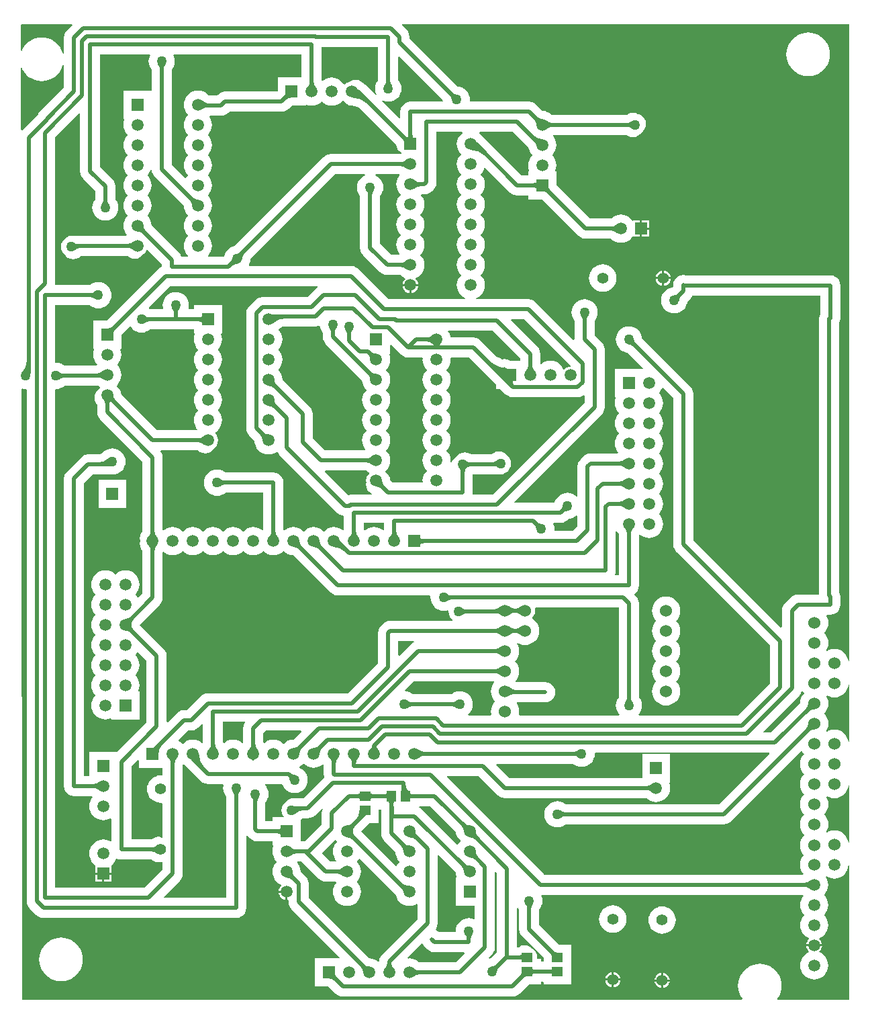
<source format=gbl>
%FSLAX25Y25*%
%MOIN*%
G70*
G01*
G75*
G04 Layer_Physical_Order=2*
G04 Layer_Color=16711680*
%ADD10C,0.02000*%
%ADD11C,0.01000*%
%ADD12R,0.05906X0.05906*%
%ADD13R,0.04331X0.05512*%
%ADD14R,0.04724X0.05512*%
%ADD15R,0.05512X0.04331*%
%ADD16R,0.05906X0.05906*%
%ADD17R,0.05906X0.05512*%
%ADD18R,0.05512X0.05906*%
%ADD19R,0.01400X0.06600*%
%ADD20C,0.05906*%
%ADD21C,0.05512*%
%ADD22C,0.05906*%
%ADD23C,0.05900*%
%ADD24C,0.06000*%
%ADD25C,0.05000*%
%ADD26R,0.05512X0.04724*%
G36*
X208642Y159505D02*
X208152Y158908D01*
X207502Y157692D01*
X207101Y156372D01*
X206966Y155000D01*
X207101Y153628D01*
X207502Y152308D01*
X208152Y151092D01*
X209026Y150026D01*
Y149974D01*
X208152Y148908D01*
X207502Y147692D01*
X207101Y146372D01*
X206966Y145000D01*
X207101Y143628D01*
X207157Y143445D01*
X206859Y143043D01*
X195839D01*
X195670Y143514D01*
X196118Y143882D01*
X196931Y144871D01*
X197534Y146001D01*
X197906Y147226D01*
X198031Y148500D01*
X197906Y149774D01*
X197534Y150999D01*
X196931Y152129D01*
X196118Y153118D01*
X195129Y153931D01*
X194000Y154534D01*
X192774Y154906D01*
X191500Y155031D01*
X190226Y154906D01*
X189000Y154534D01*
X187871Y153931D01*
X187399Y153543D01*
X168101D01*
X167629Y153931D01*
X166499Y154534D01*
X165274Y154906D01*
X164418Y154990D01*
X164250Y155461D01*
X168746Y159957D01*
X208428D01*
X208642Y159505D01*
D02*
G37*
G36*
X384957Y158200D02*
Y129800D01*
X384457Y129776D01*
X384399Y130372D01*
X383998Y131692D01*
X383348Y132908D01*
X382474Y133974D01*
X381408Y134848D01*
X380192Y135498D01*
X378872Y135899D01*
X377500Y136034D01*
X376128Y135899D01*
X374808Y135498D01*
X373828Y134975D01*
X373475Y135328D01*
X373998Y136308D01*
X374399Y137628D01*
X374534Y139000D01*
X374399Y140372D01*
X373998Y141692D01*
X373348Y142908D01*
X372474Y143974D01*
Y144026D01*
X373348Y145092D01*
X373998Y146308D01*
X374399Y147628D01*
X374534Y149000D01*
X374399Y150372D01*
X373998Y151692D01*
X373475Y152672D01*
X373828Y153025D01*
X374808Y152501D01*
X376128Y152101D01*
X377500Y151966D01*
X378872Y152101D01*
X380192Y152501D01*
X381408Y153152D01*
X382474Y154026D01*
X383348Y155092D01*
X383998Y156308D01*
X384399Y157628D01*
X384457Y158224D01*
X384957Y158200D01*
D02*
G37*
G36*
X168717Y179466D02*
X168478Y179367D01*
X167434Y178566D01*
X161505Y172637D01*
X161043Y172828D01*
Y179957D01*
X168620D01*
X168717Y179466D01*
D02*
G37*
G36*
X362526Y154026D02*
Y153974D01*
X361651Y152908D01*
X361001Y151692D01*
X360601Y150372D01*
X360494Y149279D01*
X360470Y149102D01*
X345911Y134543D01*
X342329D01*
X342137Y135005D01*
X360066Y152934D01*
X360868Y153978D01*
X361237Y154871D01*
X361319Y154914D01*
X361746Y154978D01*
X362526Y154026D01*
D02*
G37*
G36*
X112863Y134995D02*
X108843Y130975D01*
X108713Y130958D01*
X107637Y130852D01*
X106326Y130455D01*
X105119Y129809D01*
X104060Y128940D01*
X103940D01*
X102881Y129809D01*
X101674Y130455D01*
X100363Y130852D01*
X99000Y130986D01*
X97637Y130852D01*
X96326Y130455D01*
X95119Y129809D01*
X94495Y129297D01*
X94043Y129511D01*
Y134411D01*
X95089Y135457D01*
X112671D01*
X112863Y134995D01*
D02*
G37*
G36*
X63957Y138672D02*
Y129511D01*
X63505Y129297D01*
X62881Y129809D01*
X61674Y130455D01*
X60363Y130852D01*
X59000Y130986D01*
X57637Y130852D01*
X56326Y130455D01*
X55119Y129809D01*
X54060Y128940D01*
X53940D01*
X52881Y129809D01*
X51987Y130287D01*
X51914Y130782D01*
X56714Y135582D01*
X58125D01*
X59430Y135754D01*
X60647Y136258D01*
X61691Y137059D01*
X63495Y138863D01*
X63957Y138672D01*
D02*
G37*
G36*
X85006Y139508D02*
X84632Y139022D01*
X84129Y137805D01*
X83957Y136500D01*
Y129511D01*
X83505Y129297D01*
X82881Y129809D01*
X81674Y130455D01*
X80363Y130852D01*
X79000Y130986D01*
X77637Y130852D01*
X76326Y130455D01*
X75119Y129809D01*
X74495Y129297D01*
X74043Y129511D01*
Y139957D01*
X84785D01*
X85006Y139508D01*
D02*
G37*
G36*
X153957Y235011D02*
X153505Y234797D01*
X152881Y235309D01*
X151674Y235955D01*
X150363Y236352D01*
X149000Y236486D01*
X147637Y236352D01*
X146326Y235955D01*
X145119Y235309D01*
X144495Y234797D01*
X144043Y235011D01*
Y238457D01*
X153957D01*
Y235011D01*
D02*
G37*
G36*
X249957Y242075D02*
Y237089D01*
X247411Y234543D01*
X238809D01*
X238474Y234914D01*
X238531Y235500D01*
X238406Y236774D01*
X238034Y238000D01*
X238019Y238028D01*
X238276Y238457D01*
X241500D01*
X242805Y238629D01*
X244022Y239132D01*
X245066Y239934D01*
X245066Y239934D01*
X245066Y239934D01*
X245666Y240534D01*
X246274Y240594D01*
X247499Y240966D01*
X248629Y241569D01*
X249505Y242288D01*
X249957Y242075D01*
D02*
G37*
G36*
X145282Y264377D02*
X146119Y263691D01*
X146395Y263543D01*
X146434Y263066D01*
X145633Y262022D01*
X145129Y260805D01*
X144957Y259500D01*
X145085Y258524D01*
X144957Y257547D01*
X145129Y256242D01*
X145633Y255026D01*
X146434Y253981D01*
X147478Y253180D01*
X147831Y253033D01*
X147734Y252543D01*
X137343D01*
X136235Y252397D01*
X124637Y263995D01*
X124829Y264457D01*
X145179D01*
X145282Y264377D01*
D02*
G37*
G36*
X297457Y300411D02*
Y228000D01*
X297629Y226695D01*
X298132Y225478D01*
X298934Y224434D01*
X345457Y177911D01*
Y159089D01*
X329411Y143043D01*
X280425D01*
X280212Y143495D01*
X280931Y144371D01*
X281534Y145501D01*
X281906Y146726D01*
X282031Y148000D01*
X281906Y149274D01*
X281534Y150499D01*
X280931Y151629D01*
X280543Y152101D01*
Y198500D01*
X280371Y199805D01*
X279868Y201022D01*
X279066Y202066D01*
X278277Y202855D01*
X278310Y203354D01*
X279066Y203934D01*
X279868Y204978D01*
X280371Y206195D01*
X280543Y207500D01*
Y232489D01*
X280995Y232703D01*
X281619Y232191D01*
X282826Y231545D01*
X284137Y231148D01*
X285500Y231014D01*
X286863Y231148D01*
X288174Y231545D01*
X289381Y232191D01*
X290440Y233060D01*
X291309Y234119D01*
X291955Y235326D01*
X292352Y236637D01*
X292486Y238000D01*
X292352Y239363D01*
X291955Y240674D01*
X291309Y241881D01*
X290440Y242940D01*
Y243060D01*
X291309Y244119D01*
X291955Y245326D01*
X292352Y246637D01*
X292486Y248000D01*
X292352Y249363D01*
X291955Y250674D01*
X291309Y251881D01*
X290440Y252940D01*
Y253060D01*
X291309Y254119D01*
X291955Y255326D01*
X292352Y256637D01*
X292486Y258000D01*
X292352Y259363D01*
X291955Y260674D01*
X291309Y261881D01*
X290440Y262940D01*
Y263060D01*
X291309Y264119D01*
X291955Y265326D01*
X292352Y266637D01*
X292486Y268000D01*
X292352Y269363D01*
X291955Y270674D01*
X291309Y271881D01*
X290440Y272940D01*
Y273060D01*
X291309Y274119D01*
X291955Y275326D01*
X292352Y276637D01*
X292486Y278000D01*
X292352Y279363D01*
X291955Y280674D01*
X291309Y281881D01*
X290440Y282940D01*
Y283060D01*
X291309Y284119D01*
X291955Y285326D01*
X292352Y286637D01*
X292486Y288000D01*
X292352Y289363D01*
X291955Y290674D01*
X291309Y291881D01*
X290440Y292940D01*
Y293060D01*
X291309Y294119D01*
X291955Y295326D01*
X292352Y296637D01*
X292486Y298000D01*
X292352Y299363D01*
X291955Y300674D01*
X291309Y301881D01*
X290440Y302940D01*
Y303060D01*
X291309Y304119D01*
X291955Y305326D01*
X292424Y305444D01*
X297457Y300411D01*
D02*
G37*
G36*
X270457Y196411D02*
Y152101D01*
X270069Y151629D01*
X269466Y150499D01*
X269094Y149274D01*
X268969Y148000D01*
X269094Y146726D01*
X269466Y145501D01*
X270069Y144371D01*
X270788Y143495D01*
X270575Y143043D01*
X221141D01*
X220843Y143445D01*
X220899Y143628D01*
X221034Y145000D01*
X220899Y146372D01*
X220498Y147692D01*
X219848Y148908D01*
X219769Y149005D01*
X219983Y149457D01*
X234000D01*
X235305Y149629D01*
X236522Y150133D01*
X237566Y150934D01*
X238368Y151978D01*
X238871Y153195D01*
X239043Y154500D01*
X238871Y155805D01*
X238368Y157022D01*
X237566Y158066D01*
X236522Y158868D01*
X235305Y159371D01*
X234000Y159543D01*
X219924D01*
X219456Y159636D01*
X219271Y159759D01*
X219192Y160253D01*
X219848Y161092D01*
D01*
X219848Y161092D01*
X219848D01*
X220498Y162308D01*
X220899Y163628D01*
X221034Y165000D01*
X220899Y166372D01*
X220498Y167692D01*
X219848Y168908D01*
X218974Y169974D01*
Y170026D01*
X219848Y171092D01*
X220498Y172308D01*
X220899Y173628D01*
X221034Y175000D01*
X220899Y176372D01*
X220498Y177692D01*
X219974Y178672D01*
X220328Y179025D01*
X221308Y178501D01*
X222628Y178101D01*
X224000Y177966D01*
X225372Y178101D01*
X226692Y178501D01*
X227908Y179151D01*
X228974Y180026D01*
X229849Y181092D01*
X230499Y182308D01*
X230899Y183628D01*
X231034Y185000D01*
X230899Y186372D01*
X230499Y187692D01*
X229849Y188908D01*
X228974Y189974D01*
X227908Y190849D01*
X227688Y190966D01*
X227582Y191455D01*
X228367Y192478D01*
X228871Y193695D01*
X229043Y195000D01*
X228901Y196081D01*
X229230Y196457D01*
X270411D01*
X270457Y196411D01*
D02*
G37*
G36*
X269691Y234119D02*
X270377Y233282D01*
X270457Y233179D01*
Y212543D01*
X268844D01*
X268566Y212959D01*
X268871Y213695D01*
X269043Y215000D01*
Y234302D01*
X269528Y234423D01*
X269691Y234119D01*
D02*
G37*
G36*
X105119Y223691D02*
X106326Y223045D01*
X107637Y222648D01*
X108713Y222542D01*
X108843Y222525D01*
X127434Y203934D01*
X127434D01*
X127434Y203934D01*
X127434Y203934D01*
Y203934D01*
X128478Y203133D01*
X129695Y202629D01*
X131000Y202457D01*
X176690D01*
X177026Y202086D01*
X176969Y201500D01*
X177094Y200226D01*
X177466Y199001D01*
X178069Y197871D01*
X178882Y196882D01*
X179871Y196069D01*
X181000Y195466D01*
X182226Y195094D01*
X183500Y194969D01*
X184774Y195094D01*
X185554Y195331D01*
X185935Y195007D01*
X185878Y194578D01*
X186050Y193273D01*
X186554Y192057D01*
X187355Y191012D01*
X187956Y190552D01*
X188002Y190492D01*
X187781Y190043D01*
X157000D01*
X155695Y189871D01*
X155339Y189724D01*
X154478Y189367D01*
X153434Y188566D01*
X152434Y187566D01*
X151632Y186522D01*
X151129Y185305D01*
X150957Y184000D01*
Y169089D01*
X135911Y154043D01*
X66500D01*
X65195Y153871D01*
X63978Y153367D01*
X62934Y152566D01*
X56036Y145668D01*
X54625D01*
X53320Y145496D01*
X52103Y144992D01*
X51059Y144191D01*
X46505Y139637D01*
X46043Y139829D01*
Y172500D01*
X45871Y173805D01*
X45368Y175022D01*
X44566Y176066D01*
X32632Y188000D01*
X42566Y197934D01*
X43367Y198978D01*
X43871Y200195D01*
X44043Y201500D01*
X44043Y201500D01*
X44043Y201500D01*
Y201500D01*
Y223989D01*
X44495Y224203D01*
X45119Y223691D01*
X46326Y223045D01*
X47637Y222648D01*
X49000Y222514D01*
X50363Y222648D01*
X51674Y223045D01*
X52881Y223691D01*
X53940Y224560D01*
X54060D01*
X55119Y223691D01*
X56326Y223045D01*
X57637Y222648D01*
X59000Y222514D01*
X60363Y222648D01*
X61674Y223045D01*
X62881Y223691D01*
X63940Y224560D01*
X64060D01*
X65119Y223691D01*
X66326Y223045D01*
X67637Y222648D01*
X69000Y222514D01*
X70363Y222648D01*
X71674Y223045D01*
X72881Y223691D01*
X73940Y224560D01*
X74060D01*
X75119Y223691D01*
X76326Y223045D01*
X77637Y222648D01*
X79000Y222514D01*
X80363Y222648D01*
X81674Y223045D01*
X82881Y223691D01*
X83940Y224560D01*
X84060D01*
X85119Y223691D01*
X86326Y223045D01*
X87637Y222648D01*
X89000Y222514D01*
X90363Y222648D01*
X91674Y223045D01*
X92881Y223691D01*
X93940Y224560D01*
X94060D01*
X95119Y223691D01*
X96326Y223045D01*
X97637Y222648D01*
X99000Y222514D01*
X100363Y222648D01*
X101674Y223045D01*
X102881Y223691D01*
X103940Y224560D01*
X104060D01*
X105119Y223691D01*
D02*
G37*
G36*
X32047Y120762D02*
Y117047D01*
X43957D01*
Y113567D01*
X43586Y113231D01*
X43000Y113289D01*
X41676Y113158D01*
X40402Y112772D01*
X39228Y112144D01*
X38200Y111300D01*
X37356Y110272D01*
X36728Y109098D01*
X36342Y107824D01*
X36211Y106500D01*
X36342Y105176D01*
X36728Y103902D01*
X37356Y102728D01*
X38200Y101700D01*
X39228Y100856D01*
X40402Y100228D01*
X41676Y99842D01*
X43000Y99711D01*
X43586Y99769D01*
X43957Y99433D01*
Y82693D01*
X43541Y82415D01*
X43064Y82613D01*
X41758Y82785D01*
X40453Y82613D01*
X39237Y82109D01*
X38499Y81543D01*
X28543D01*
Y117911D01*
X31585Y120953D01*
X32047Y120762D01*
D02*
G37*
G36*
X189525Y65343D02*
X189542Y65214D01*
X189648Y64137D01*
X190037Y62854D01*
X189739Y62453D01*
X189547D01*
Y48547D01*
X198957D01*
Y42276D01*
X198528Y42019D01*
X198500Y42034D01*
X197274Y42406D01*
X196000Y42531D01*
X194726Y42406D01*
X193500Y42034D01*
X192371Y41431D01*
X191382Y40618D01*
X190569Y39629D01*
X189966Y38500D01*
X189594Y37274D01*
X189469Y36000D01*
X189477Y35914D01*
X189141Y35543D01*
X181089D01*
X181066Y35566D01*
X180022Y36367D01*
X179719Y36493D01*
X179589Y36976D01*
X179867Y37338D01*
X180371Y38555D01*
X180543Y39860D01*
Y73672D01*
X181005Y73863D01*
X189525Y65343D01*
D02*
G37*
G36*
X159639Y54229D02*
X159648Y54137D01*
X160045Y52826D01*
X160691Y51619D01*
X161560Y50560D01*
X162619Y49691D01*
X163826Y49045D01*
X165137Y48648D01*
X166500Y48514D01*
X167863Y48648D01*
X169174Y49045D01*
X170028Y49502D01*
X170457Y49245D01*
Y41949D01*
X152934Y24426D01*
X152132Y23382D01*
X151629Y22165D01*
X151472Y20979D01*
X151172Y20860D01*
X150928Y20860D01*
X150381Y21309D01*
X149174Y21955D01*
X147863Y22352D01*
X146786Y22458D01*
X146657Y22475D01*
X116496Y52636D01*
Y59547D01*
X116324Y60852D01*
X115820Y62069D01*
X115019Y63113D01*
X112475Y65657D01*
X112458Y65786D01*
X112352Y66863D01*
X111955Y68174D01*
X111309Y69381D01*
X110797Y70005D01*
X111011Y70457D01*
X112954D01*
X121477Y61934D01*
X122522Y61133D01*
X123738Y60629D01*
X125043Y60457D01*
X125043Y60457D01*
X129989D01*
X130203Y60005D01*
X129691Y59381D01*
X129045Y58174D01*
X128648Y56863D01*
X128514Y55500D01*
X128648Y54137D01*
X129045Y52826D01*
X129691Y51619D01*
X130560Y50560D01*
X131619Y49691D01*
X132826Y49045D01*
X134137Y48648D01*
X135500Y48514D01*
X136863Y48648D01*
X138174Y49045D01*
X139381Y49691D01*
X140440Y50560D01*
X141309Y51619D01*
X141955Y52826D01*
X142352Y54137D01*
X142486Y55500D01*
X142352Y56863D01*
X141955Y58174D01*
X141309Y59381D01*
X140440Y60440D01*
Y60560D01*
X141309Y61619D01*
X141955Y62826D01*
X142352Y64137D01*
X142486Y65500D01*
X142352Y66863D01*
X141955Y68174D01*
X141309Y69381D01*
X140440Y70440D01*
Y70560D01*
X141309Y71619D01*
X141439Y71861D01*
X141933Y71935D01*
X159639Y54229D01*
D02*
G37*
G36*
X55119Y118191D02*
X55319Y118084D01*
X55434Y117934D01*
X60485Y112883D01*
X60531Y112829D01*
X60535Y112833D01*
X62934Y110434D01*
X63978Y109633D01*
X65195Y109129D01*
X66500Y108957D01*
X73881D01*
X74179Y108555D01*
X74094Y108274D01*
X73969Y107000D01*
X74094Y105726D01*
X74466Y104500D01*
X75069Y103371D01*
X75457Y102899D01*
Y52543D01*
X44829D01*
X44637Y53005D01*
X52566Y60934D01*
X53368Y61978D01*
X53871Y63195D01*
X54043Y64500D01*
Y118489D01*
X54495Y118703D01*
X55119Y118191D01*
D02*
G37*
G36*
X209957Y64911D02*
Y25589D01*
X206822Y22454D01*
X206195Y22371D01*
X205918Y22786D01*
X207566Y24434D01*
X208367Y25478D01*
X208871Y26695D01*
X209043Y28000D01*
X209043Y28000D01*
X209043Y28000D01*
Y28000D01*
Y65171D01*
X209505Y65363D01*
X209957Y64911D01*
D02*
G37*
G36*
X-25274Y305094D02*
X-24000Y304969D01*
X-23914Y304977D01*
X-23543Y304641D01*
Y50843D01*
X-23371Y49538D01*
X-22867Y48322D01*
X-22066Y47277D01*
X-18723Y43934D01*
X-17678Y43132D01*
X-16462Y42629D01*
X-15157Y42457D01*
X80500D01*
X81805Y42629D01*
X83022Y43132D01*
X84066Y43934D01*
X84868Y44978D01*
X85371Y46195D01*
X85543Y47500D01*
Y83317D01*
X86017Y83478D01*
X86434Y82934D01*
X87434Y81934D01*
X88478Y81133D01*
X89338Y80776D01*
X89695Y80629D01*
X91000Y80457D01*
X98547D01*
Y78547D01*
X98739D01*
X99037Y78146D01*
X98648Y76863D01*
X98514Y75500D01*
X98648Y74137D01*
X99045Y72826D01*
X99691Y71619D01*
X100560Y70560D01*
Y70440D01*
X99691Y69381D01*
X99045Y68174D01*
X98648Y66863D01*
X98514Y65500D01*
X98648Y64137D01*
X99045Y62826D01*
X99691Y61619D01*
X100560Y60560D01*
X101619Y59691D01*
X102826Y59045D01*
X102877Y59030D01*
X102966Y58538D01*
X102681Y58319D01*
X102047Y57493D01*
X101649Y56532D01*
X101579Y56000D01*
X105500D01*
Y55500D01*
X106000D01*
Y51579D01*
X106034Y51583D01*
X106410Y51254D01*
Y50547D01*
X106410Y50547D01*
X106410D01*
X106581Y49242D01*
X107085Y48026D01*
X107887Y46981D01*
X131953Y22915D01*
X131762Y22453D01*
X119547D01*
Y8547D01*
X126172D01*
X126343Y8525D01*
X129934Y4934D01*
X130978Y4132D01*
X131839Y3776D01*
X132195Y3629D01*
X133500Y3457D01*
X217543D01*
X218849Y3629D01*
X220065Y4132D01*
X221109Y4934D01*
X225569Y9393D01*
X225570Y9392D01*
X225580Y9404D01*
X225770Y9594D01*
X231756D01*
Y10914D01*
X232891Y10914D01*
X233244Y10560D01*
Y9595D01*
X246756D01*
Y16681D01*
Y29406D01*
X240770D01*
X240580Y29596D01*
X240570Y29608D01*
X240568Y29607D01*
X231043Y39132D01*
Y46899D01*
X231431Y47371D01*
X232034Y48500D01*
X232406Y49726D01*
X232531Y51000D01*
X232406Y52274D01*
X232034Y53500D01*
X232019Y53528D01*
X232276Y53957D01*
X361992D01*
X362206Y53505D01*
X361693Y52880D01*
X361048Y51673D01*
X360651Y50362D01*
X360516Y49000D01*
X360651Y47638D01*
X361048Y46327D01*
X361693Y45120D01*
X362562Y44062D01*
Y43942D01*
X362560Y43940D01*
X361691Y42881D01*
X361045Y41674D01*
X360648Y40363D01*
X360514Y39000D01*
X360648Y37637D01*
X361045Y36326D01*
X361691Y35119D01*
X362560Y34060D01*
X363619Y33191D01*
X364826Y32545D01*
X364877Y32530D01*
X364966Y32038D01*
X364681Y31819D01*
X364047Y30993D01*
X363649Y30032D01*
X363579Y29500D01*
X371421D01*
X371351Y30032D01*
X370953Y30993D01*
X370319Y31819D01*
X370034Y32038D01*
X370123Y32530D01*
X370174Y32545D01*
X371381Y33191D01*
X372440Y34060D01*
X373309Y35119D01*
X373955Y36326D01*
X374352Y37637D01*
X374486Y39000D01*
X374352Y40363D01*
X373955Y41674D01*
X373309Y42881D01*
X372440Y43940D01*
X372438Y43942D01*
Y44062D01*
X373307Y45120D01*
X373952Y46327D01*
X374349Y47638D01*
X374484Y49000D01*
X374349Y50362D01*
X373952Y51673D01*
X373307Y52880D01*
X372438Y53938D01*
Y54062D01*
X373307Y55120D01*
X373952Y56327D01*
X374349Y57638D01*
X374484Y59000D01*
X374349Y60362D01*
X373952Y61673D01*
X373353Y62794D01*
X373706Y63147D01*
X374828Y62548D01*
X376138Y62151D01*
X377500Y62016D01*
X378862Y62151D01*
X380172Y62548D01*
X381380Y63193D01*
X382438Y64062D01*
X383307Y65120D01*
X383952Y66328D01*
X384349Y67638D01*
X384457Y68734D01*
X384957Y68710D01*
Y2043D01*
X349358D01*
X349149Y2497D01*
X349264Y2632D01*
X350153Y4082D01*
X350803Y5652D01*
X351200Y7305D01*
X351333Y9000D01*
X351200Y10695D01*
X350803Y12348D01*
X350153Y13918D01*
X349264Y15368D01*
X348160Y16660D01*
X346868Y17764D01*
X345418Y18653D01*
X343848Y19303D01*
X342195Y19700D01*
X340500Y19833D01*
X338805Y19700D01*
X337152Y19303D01*
X335582Y18653D01*
X334132Y17764D01*
X332840Y16660D01*
X331736Y15368D01*
X330847Y13918D01*
X330197Y12348D01*
X329800Y10695D01*
X329667Y9000D01*
X329800Y7305D01*
X330197Y5652D01*
X330847Y4082D01*
X331736Y2632D01*
X331851Y2497D01*
X331642Y2043D01*
X-25895D01*
X-26228Y304963D01*
X-25826Y305262D01*
X-25274Y305094D01*
D02*
G37*
G36*
X173046Y29686D02*
X173133Y29478D01*
X173934Y28434D01*
X175434Y26934D01*
X176478Y26133D01*
X177695Y25629D01*
X179000Y25457D01*
X193672D01*
X193863Y24995D01*
X189411Y20543D01*
X171321D01*
X171218Y20623D01*
X170381Y21309D01*
X169174Y21955D01*
X167863Y22352D01*
X166500Y22486D01*
X165861Y22423D01*
X165648Y22875D01*
X172556Y29784D01*
X173046Y29686D01*
D02*
G37*
G36*
X220569Y47371D02*
X220957Y46899D01*
Y37043D01*
X220957Y37043D01*
X220957D01*
X221129Y35738D01*
X221633Y34522D01*
X222434Y33477D01*
X233244Y22667D01*
Y22319D01*
Y21000D01*
X232109Y21000D01*
X231756Y21353D01*
Y22319D01*
X230327D01*
X229997Y22695D01*
X230043Y23043D01*
X229871Y24349D01*
X229367Y25565D01*
X228756Y26362D01*
Y26405D01*
X228722D01*
X228566Y26609D01*
X227522Y27411D01*
X227245Y27525D01*
X227209Y27573D01*
X226165Y28374D01*
X224948Y28878D01*
X223643Y29050D01*
X222338Y28878D01*
X221122Y28374D01*
X220747Y28086D01*
X220043D01*
Y47327D01*
X220528Y47448D01*
X220569Y47371D01*
D02*
G37*
G36*
X361526Y125326D02*
X361651Y125092D01*
X362526Y124026D01*
Y123974D01*
X361651Y122908D01*
X361001Y121692D01*
X360601Y120372D01*
X360466Y119000D01*
X360601Y117628D01*
X361001Y116308D01*
X361651Y115092D01*
X362526Y114026D01*
Y113974D01*
X361651Y112908D01*
X361001Y111692D01*
X360601Y110372D01*
X360466Y109000D01*
X360601Y107628D01*
X361001Y106308D01*
X361651Y105092D01*
X362526Y104026D01*
Y103974D01*
X361651Y102908D01*
X361001Y101692D01*
X360601Y100372D01*
X360466Y99000D01*
X360601Y97628D01*
X361001Y96308D01*
X361651Y95092D01*
X362526Y94026D01*
Y93974D01*
X361651Y92908D01*
X361001Y91692D01*
X360601Y90372D01*
X360466Y89000D01*
X360601Y87628D01*
X361001Y86308D01*
X361651Y85092D01*
X362526Y84026D01*
X362558Y84000D01*
Y83500D01*
X362526Y83474D01*
X361651Y82408D01*
X361001Y81192D01*
X360601Y79872D01*
X360466Y78500D01*
X360601Y77128D01*
X361001Y75808D01*
X361651Y74592D01*
X362343Y73750D01*
X361651Y72908D01*
X361001Y71692D01*
X360601Y70372D01*
X360466Y69000D01*
X360601Y67628D01*
X361001Y66308D01*
X361651Y65092D01*
X362141Y64495D01*
X361928Y64043D01*
X233507D01*
X185056Y112495D01*
X185247Y112957D01*
X200911D01*
X210434Y103434D01*
X211478Y102632D01*
X212695Y102129D01*
X214000Y101957D01*
X284179D01*
X284282Y101877D01*
X285119Y101191D01*
X286326Y100545D01*
X287637Y100148D01*
X289000Y100014D01*
X290363Y100148D01*
X291674Y100545D01*
X292881Y101191D01*
X293940Y102060D01*
X294809Y103119D01*
X295455Y104326D01*
X295852Y105637D01*
X295986Y107000D01*
X295852Y108363D01*
X295463Y109646D01*
X295761Y110047D01*
X295953D01*
Y123953D01*
X282047D01*
Y112043D01*
X216089D01*
X209637Y118495D01*
X209828Y118957D01*
X247899D01*
X248371Y118569D01*
X249500Y117966D01*
X250726Y117594D01*
X252000Y117469D01*
X253274Y117594D01*
X254500Y117966D01*
X255629Y118569D01*
X256618Y119382D01*
X257431Y120371D01*
X258034Y121501D01*
X258406Y122726D01*
X258531Y124000D01*
X258523Y124086D01*
X258859Y124457D01*
X345171D01*
X345363Y123995D01*
X320411Y99043D01*
X244101D01*
X243629Y99431D01*
X242499Y100034D01*
X241274Y100406D01*
X240000Y100531D01*
X238726Y100406D01*
X237501Y100034D01*
X236371Y99431D01*
X235382Y98618D01*
X234569Y97629D01*
X233966Y96500D01*
X233594Y95274D01*
X233469Y94000D01*
X233594Y92726D01*
X233966Y91501D01*
X234569Y90371D01*
X235382Y89382D01*
X236371Y88569D01*
X237501Y87966D01*
X238726Y87594D01*
X240000Y87469D01*
X241274Y87594D01*
X242499Y87966D01*
X243629Y88569D01*
X244101Y88957D01*
X322500D01*
X323805Y89129D01*
X325022Y89632D01*
X326066Y90434D01*
X361032Y125400D01*
X361526Y125326D01*
D02*
G37*
G36*
X384957Y108200D02*
Y79800D01*
X384457Y79776D01*
X384399Y80372D01*
X383998Y81692D01*
X383348Y82908D01*
X382474Y83974D01*
X381408Y84848D01*
X380192Y85498D01*
X378872Y85899D01*
X377500Y86034D01*
X376128Y85899D01*
X374808Y85498D01*
X373828Y84974D01*
X373475Y85328D01*
X373998Y86308D01*
X374399Y87628D01*
X374534Y89000D01*
X374399Y90372D01*
X373998Y91692D01*
X373348Y92908D01*
X372474Y93974D01*
Y94026D01*
X373348Y95092D01*
X373998Y96308D01*
X374399Y97628D01*
X374534Y99000D01*
X374399Y100372D01*
X373998Y101692D01*
X373475Y102672D01*
X373828Y103025D01*
X374808Y102501D01*
X376128Y102101D01*
X377500Y101966D01*
X378872Y102101D01*
X380192Y102501D01*
X381408Y103152D01*
X382474Y104026D01*
X383348Y105092D01*
X383998Y106308D01*
X384399Y107628D01*
X384457Y108224D01*
X384957Y108200D01*
D02*
G37*
G36*
X115119Y118191D02*
X116326Y117545D01*
X117637Y117148D01*
X119000Y117014D01*
X120363Y117148D01*
X121674Y117545D01*
X122881Y118191D01*
X123505Y118703D01*
X123957Y118489D01*
Y114000D01*
X123957Y114000D01*
X123957D01*
X124129Y112695D01*
X124256Y112388D01*
X113911Y102043D01*
X109000D01*
X107695Y101871D01*
X107339Y101724D01*
X106478Y101367D01*
X105434Y100566D01*
X104434Y99566D01*
X103632Y98522D01*
X103129Y97305D01*
X102957Y96000D01*
X103129Y94695D01*
X103632Y93478D01*
X104075Y92901D01*
X103854Y92453D01*
X98547D01*
Y90543D01*
X95043D01*
Y99899D01*
X95431Y100371D01*
X96034Y101500D01*
X96406Y102726D01*
X96531Y104000D01*
X96406Y105274D01*
X96034Y106500D01*
X95431Y107629D01*
X94712Y108505D01*
X94925Y108957D01*
X103327D01*
X103466Y108501D01*
X104069Y107371D01*
X104882Y106382D01*
X105871Y105569D01*
X107001Y104966D01*
X108226Y104594D01*
X109500Y104469D01*
X110774Y104594D01*
X111999Y104966D01*
X113129Y105569D01*
X114118Y106382D01*
X114931Y107371D01*
X115534Y108501D01*
X115906Y109726D01*
X116031Y111000D01*
X115906Y112274D01*
X115534Y113499D01*
X114931Y114629D01*
X114118Y115618D01*
X113129Y116431D01*
X111999Y117034D01*
X111807Y117093D01*
X111758Y117590D01*
X112881Y118191D01*
X113940Y119060D01*
X114060D01*
X115119Y118191D01*
D02*
G37*
G36*
X123481Y96655D02*
X123129Y95805D01*
X122957Y94500D01*
Y89089D01*
X114411Y80543D01*
X112453D01*
Y91240D01*
X112627Y91373D01*
Y91373D01*
X112631Y91414D01*
X113261Y91835D01*
X113874Y91957D01*
X116000D01*
X117305Y92129D01*
X118522Y92633D01*
X119566Y93434D01*
X123065Y96933D01*
X123481Y96655D01*
D02*
G37*
G36*
X152413Y84543D02*
X152413Y84543D01*
X152413D01*
X152585Y83238D01*
X153089Y82022D01*
X153891Y80977D01*
X159525Y75343D01*
X159542Y75213D01*
X159648Y74137D01*
X160045Y72826D01*
X160691Y71619D01*
X161560Y70560D01*
Y70440D01*
X160691Y69381D01*
X160213Y68487D01*
X159718Y68414D01*
X142632Y85500D01*
X146727Y89594D01*
X151256D01*
Y96244D01*
X152413D01*
Y84543D01*
D02*
G37*
G36*
X129954Y81298D02*
X130560Y80560D01*
Y80440D01*
X129691Y79381D01*
X129045Y78174D01*
X128648Y76863D01*
X128514Y75500D01*
X128648Y74137D01*
X129045Y72826D01*
X129691Y71619D01*
X130203Y70995D01*
X129989Y70543D01*
X127132D01*
X122904Y74772D01*
X129455Y81323D01*
X129954Y81298D01*
D02*
G37*
G36*
X189525Y85343D02*
X189676Y84195D01*
X190180Y82978D01*
X190981Y81934D01*
X191902Y81227D01*
X191908Y80849D01*
X191831Y80663D01*
X191560Y80440D01*
X190691Y79381D01*
X190561Y79139D01*
X190067Y79065D01*
X172566Y96566D01*
X171522Y97368D01*
X171283Y97466D01*
X171380Y97957D01*
X176911D01*
X189525Y85343D01*
D02*
G37*
G36*
X162387Y321934D02*
X162387D01*
X162387Y321934D01*
X162387Y321934D01*
Y321934D01*
X163431Y321132D01*
X164291Y320776D01*
X164647Y320629D01*
X165953Y320457D01*
X172736D01*
X173071Y320086D01*
X173014Y319500D01*
X173148Y318137D01*
X173545Y316826D01*
X174191Y315619D01*
X175060Y314560D01*
Y314440D01*
X174191Y313381D01*
X173545Y312174D01*
X173148Y310863D01*
X173014Y309500D01*
X173148Y308137D01*
X173545Y306826D01*
X174191Y305619D01*
X175060Y304560D01*
Y304440D01*
X174191Y303381D01*
X173545Y302174D01*
X173148Y300863D01*
X173014Y299500D01*
X173148Y298137D01*
X173545Y296826D01*
X174191Y295619D01*
X175060Y294560D01*
Y294440D01*
X174191Y293381D01*
X173545Y292174D01*
X173148Y290863D01*
X173014Y289500D01*
X173148Y288137D01*
X173545Y286826D01*
X174191Y285619D01*
X175060Y284560D01*
Y284440D01*
X174191Y283381D01*
X173545Y282174D01*
X173148Y280863D01*
X173014Y279500D01*
X173148Y278137D01*
X173545Y276826D01*
X174191Y275619D01*
X175060Y274560D01*
Y274440D01*
X174191Y273381D01*
X173545Y272174D01*
X173148Y270863D01*
X173014Y269500D01*
X173148Y268137D01*
X173545Y266826D01*
X174191Y265619D01*
X175060Y264560D01*
Y264440D01*
X174191Y263381D01*
X173545Y262174D01*
X173148Y260863D01*
X173014Y259500D01*
X173071Y258914D01*
X172736Y258543D01*
X158089D01*
X156975Y259657D01*
X156824Y260805D01*
X156320Y262022D01*
X155519Y263066D01*
X154598Y263773D01*
X154590Y264272D01*
X154940Y264560D01*
X155809Y265619D01*
X156455Y266826D01*
X156852Y268137D01*
X156986Y269500D01*
X156852Y270863D01*
X156455Y272174D01*
X155809Y273381D01*
X154940Y274440D01*
Y274560D01*
X155809Y275619D01*
X156455Y276826D01*
X156852Y278137D01*
X156986Y279500D01*
X156852Y280863D01*
X156455Y282174D01*
X155809Y283381D01*
X154940Y284440D01*
Y284560D01*
X155809Y285619D01*
X156455Y286826D01*
X156852Y288137D01*
X156986Y289500D01*
X156852Y290863D01*
X156455Y292174D01*
X155809Y293381D01*
X154940Y294440D01*
Y294560D01*
X155809Y295619D01*
X156455Y296826D01*
X156852Y298137D01*
X156986Y299500D01*
X156852Y300863D01*
X156455Y302174D01*
X155809Y303381D01*
X154940Y304440D01*
Y304560D01*
X155809Y305619D01*
X156455Y306826D01*
X156852Y308137D01*
X156986Y309500D01*
X156852Y310863D01*
X156455Y312174D01*
X155809Y313381D01*
X154940Y314440D01*
Y314560D01*
X155809Y315619D01*
X156455Y316826D01*
X156852Y318137D01*
X156986Y319500D01*
X156852Y320863D01*
X156463Y322146D01*
X156761Y322547D01*
X156953D01*
Y326715D01*
X157415Y326906D01*
X162387Y321934D01*
D02*
G37*
G36*
X37748Y470528D02*
X37466Y470000D01*
X37094Y468774D01*
X36968Y467500D01*
X37094Y466226D01*
X37466Y465000D01*
X38069Y463871D01*
X38457Y463399D01*
Y452953D01*
X38453D01*
Y452953D01*
X24547D01*
Y439047D01*
X24739D01*
X25037Y438646D01*
X24648Y437363D01*
X24514Y436000D01*
X24648Y434637D01*
X25045Y433326D01*
X25691Y432119D01*
X26560Y431060D01*
Y430940D01*
X25691Y429881D01*
X25045Y428674D01*
X24648Y427363D01*
X24514Y426000D01*
X24648Y424637D01*
X25045Y423326D01*
X25691Y422119D01*
X26560Y421060D01*
Y420940D01*
X25691Y419881D01*
X25045Y418674D01*
X24648Y417363D01*
X24514Y416000D01*
X24648Y414637D01*
X25045Y413326D01*
X25691Y412119D01*
X26560Y411060D01*
Y410940D01*
X25691Y409881D01*
X25045Y408674D01*
X24648Y407363D01*
X24514Y406000D01*
X24648Y404637D01*
X25045Y403326D01*
X25691Y402119D01*
X26560Y401060D01*
Y400940D01*
X25691Y399881D01*
X25045Y398674D01*
X24648Y397363D01*
X24514Y396000D01*
X24648Y394637D01*
X25045Y393326D01*
X25691Y392119D01*
X26560Y391060D01*
Y390940D01*
X25691Y389881D01*
X25045Y388674D01*
X24648Y387363D01*
X24514Y386000D01*
X24648Y384637D01*
X25045Y383326D01*
X25691Y382119D01*
X26203Y381495D01*
X25989Y381043D01*
X3328D01*
Y381050D01*
X3259Y381043D01*
X-1000D01*
X-2305Y380871D01*
X-3522Y380367D01*
X-4566Y379566D01*
X-5066Y379066D01*
X-5867Y378022D01*
X-6371Y376805D01*
X-6543Y375500D01*
X-6371Y374195D01*
X-5867Y372978D01*
X-5066Y371934D01*
X-4466Y371474D01*
X-4005Y370873D01*
X-2961Y370072D01*
X-1745Y369568D01*
X-439Y369396D01*
X866Y369568D01*
X2082Y370072D01*
X3127Y370873D01*
Y370873D01*
X3130Y370891D01*
X3290Y370957D01*
X26679D01*
X27598Y370252D01*
X28814Y369748D01*
X30119Y369576D01*
X31424Y369748D01*
X32641Y370252D01*
X33685Y371053D01*
X34285Y371834D01*
X35066Y372434D01*
X35868Y373478D01*
X35995Y373785D01*
X36485Y373883D01*
X43457Y366911D01*
Y365566D01*
X42978Y365368D01*
X41934Y364566D01*
X16343Y338975D01*
X16172Y338953D01*
X9547D01*
Y325047D01*
X9739D01*
X10037Y324646D01*
X9648Y323363D01*
X9514Y322000D01*
X9648Y320637D01*
X10045Y319326D01*
X10691Y318119D01*
X11394Y317262D01*
X11320Y316768D01*
X11114Y316630D01*
X10679Y316543D01*
X-4899D01*
X-5371Y316931D01*
X-6500Y317534D01*
X-7726Y317906D01*
X-9000Y318031D01*
X-9086Y318023D01*
X-9457Y318359D01*
Y346457D01*
X7899D01*
X8371Y346069D01*
X9500Y345466D01*
X10726Y345094D01*
X12000Y344969D01*
X13274Y345094D01*
X14500Y345466D01*
X15629Y346069D01*
X16618Y346882D01*
X17431Y347871D01*
X18034Y349001D01*
X18406Y350226D01*
X18531Y351500D01*
X18406Y352774D01*
X18034Y353999D01*
X17431Y355129D01*
X16618Y356118D01*
X15629Y356931D01*
X14500Y357534D01*
X13274Y357906D01*
X12000Y358031D01*
X10726Y357906D01*
X9500Y357534D01*
X8371Y356931D01*
X7899Y356543D01*
X-9159D01*
X-9488Y356919D01*
X-9457Y357157D01*
X-9457Y357157D01*
X-9457Y357157D01*
Y357157D01*
Y429911D01*
X2495Y441863D01*
X2957Y441672D01*
Y413000D01*
X3129Y411695D01*
X3633Y410478D01*
X4434Y409434D01*
X10457Y403411D01*
Y399101D01*
X10069Y398629D01*
X9466Y397499D01*
X9094Y396274D01*
X8969Y395000D01*
X9094Y393726D01*
X9466Y392500D01*
X10069Y391371D01*
X10882Y390382D01*
X11871Y389569D01*
X13001Y388966D01*
X14226Y388594D01*
X15500Y388469D01*
X16774Y388594D01*
X18000Y388966D01*
X19129Y389569D01*
X20118Y390382D01*
X20931Y391371D01*
X21534Y392500D01*
X21906Y393726D01*
X22031Y395000D01*
X21906Y396274D01*
X21534Y397499D01*
X20931Y398629D01*
X20543Y399101D01*
Y405500D01*
X20371Y406805D01*
X19868Y408022D01*
X19066Y409066D01*
X13043Y415089D01*
Y470957D01*
X37491D01*
X37748Y470528D01*
D02*
G37*
G36*
X225639Y424729D02*
X225648Y424637D01*
X226045Y423326D01*
X226691Y422119D01*
X227560Y421060D01*
Y420940D01*
X226691Y419881D01*
X226045Y418674D01*
X225648Y417363D01*
X225514Y416000D01*
X225648Y414637D01*
X226037Y413354D01*
X225739Y412953D01*
X225547D01*
Y411043D01*
X222089D01*
X208167Y424965D01*
X208171Y424969D01*
X208117Y425015D01*
X203066Y430066D01*
X202916Y430181D01*
X202809Y430381D01*
X201940Y431440D01*
X201275Y431986D01*
X201443Y432457D01*
X217911D01*
X225639Y424729D01*
D02*
G37*
G36*
X384957Y169800D02*
X384457Y169776D01*
X384399Y170372D01*
X383998Y171692D01*
X383348Y172908D01*
X382474Y173974D01*
X381408Y174848D01*
X380192Y175498D01*
X378872Y175899D01*
X377500Y176034D01*
X376128Y175899D01*
X374808Y175498D01*
X373828Y174975D01*
X373475Y175328D01*
X373998Y176308D01*
X374399Y177628D01*
X374534Y179000D01*
X374399Y180372D01*
X373998Y181692D01*
X373348Y182908D01*
X372474Y183974D01*
Y184026D01*
X373348Y185092D01*
X373998Y186308D01*
X374399Y187628D01*
X374534Y189000D01*
X374399Y190372D01*
X373998Y191692D01*
X373552Y192528D01*
X373809Y192957D01*
X375500D01*
X376805Y193129D01*
X378022Y193632D01*
X379066Y194434D01*
X379868Y195478D01*
X380371Y196695D01*
X380543Y198000D01*
Y202000D01*
X380371Y203305D01*
X380043Y204098D01*
Y337902D01*
X380371Y338695D01*
X380543Y340000D01*
Y356375D01*
X380371Y357680D01*
X379868Y358897D01*
X379066Y359941D01*
X378022Y360742D01*
X376805Y361246D01*
X375500Y361418D01*
X303450D01*
X303185Y361453D01*
X302500Y361543D01*
X301195Y361371D01*
X299978Y360868D01*
X298934Y360066D01*
X298132Y359022D01*
X297629Y357805D01*
X297457Y356500D01*
Y355589D01*
X297334Y355466D01*
X296726Y355406D01*
X295500Y355034D01*
X294371Y354431D01*
X293382Y353618D01*
X292569Y352629D01*
X291966Y351500D01*
X291594Y350274D01*
X291469Y349000D01*
X291594Y347726D01*
X291966Y346500D01*
X292569Y345371D01*
X293382Y344382D01*
X294371Y343569D01*
X295500Y342966D01*
X296726Y342594D01*
X298000Y342469D01*
X299274Y342594D01*
X300500Y342966D01*
X301629Y343569D01*
X302618Y344382D01*
X303431Y345371D01*
X304034Y346500D01*
X304406Y347726D01*
X304466Y348334D01*
X306066Y349934D01*
X306868Y350978D01*
X307014Y351332D01*
X370457D01*
Y342097D01*
X370129Y341305D01*
X369957Y340000D01*
Y203043D01*
X359500D01*
X358195Y202871D01*
X356978Y202367D01*
X355934Y201566D01*
X352934Y198566D01*
X352133Y197522D01*
X351629Y196305D01*
X351457Y195000D01*
Y186828D01*
X350995Y186637D01*
X307543Y230089D01*
Y302500D01*
X307371Y303805D01*
X306868Y305022D01*
X306066Y306066D01*
X281966Y330166D01*
X281906Y330774D01*
X281534Y331999D01*
X280931Y333129D01*
X280118Y334118D01*
X279129Y334931D01*
X277999Y335534D01*
X276774Y335906D01*
X275500Y336031D01*
X274226Y335906D01*
X273001Y335534D01*
X271871Y334931D01*
X270882Y334118D01*
X270069Y333129D01*
X269466Y331999D01*
X269094Y330774D01*
X268969Y329500D01*
X269094Y328226D01*
X269466Y327000D01*
X270069Y325871D01*
X270882Y324882D01*
X271871Y324069D01*
X273001Y323466D01*
X274226Y323094D01*
X274834Y323034D01*
X282453Y315415D01*
X282262Y314953D01*
X268547D01*
Y301047D01*
X268739D01*
X269037Y300646D01*
X268648Y299363D01*
X268514Y298000D01*
X268648Y296637D01*
X269045Y295326D01*
X269691Y294119D01*
X270560Y293060D01*
Y292940D01*
X269691Y291881D01*
X269045Y290674D01*
X268648Y289363D01*
X268514Y288000D01*
X268648Y286637D01*
X269045Y285326D01*
X269691Y284119D01*
X270560Y283060D01*
Y282940D01*
X269691Y281881D01*
X269045Y280674D01*
X268648Y279363D01*
X268514Y278000D01*
X268648Y276637D01*
X269045Y275326D01*
X269691Y274119D01*
X270203Y273495D01*
X269989Y273043D01*
X256500D01*
X255195Y272871D01*
X253978Y272368D01*
X252934Y271566D01*
X251434Y270066D01*
X250633Y269022D01*
X250129Y267805D01*
X249957Y266500D01*
Y251925D01*
X249505Y251712D01*
X248629Y252431D01*
X247499Y253034D01*
X246274Y253406D01*
X245000Y253531D01*
X243726Y253406D01*
X242500Y253034D01*
X241371Y252431D01*
X240382Y251618D01*
X239569Y250629D01*
X238966Y249500D01*
X238676Y248543D01*
X218829D01*
X218637Y249005D01*
X262066Y292434D01*
X262867Y293478D01*
X263371Y294695D01*
X263543Y296000D01*
X263543Y296000D01*
X263543Y296000D01*
Y296000D01*
Y324500D01*
X263371Y325805D01*
X262867Y327022D01*
X262066Y328066D01*
X258543Y331589D01*
Y338899D01*
X258931Y339371D01*
X259534Y340500D01*
X259906Y341726D01*
X260031Y343000D01*
X259906Y344274D01*
X259534Y345499D01*
X258931Y346629D01*
X258118Y347618D01*
X257129Y348431D01*
X255999Y349034D01*
X254774Y349406D01*
X253500Y349531D01*
X252226Y349406D01*
X251000Y349034D01*
X249871Y348431D01*
X248882Y347618D01*
X248069Y346629D01*
X247466Y345499D01*
X247094Y344274D01*
X246969Y343000D01*
X247094Y341726D01*
X247466Y340500D01*
X248069Y339371D01*
X248457Y338899D01*
Y329528D01*
X247995Y329337D01*
X229266Y348066D01*
X228222Y348868D01*
X227005Y349371D01*
X225700Y349543D01*
X199722D01*
X199648Y350038D01*
X199674Y350045D01*
X200881Y350691D01*
X201940Y351560D01*
X202809Y352619D01*
X203455Y353826D01*
X203852Y355137D01*
X203986Y356500D01*
X203852Y357863D01*
X203455Y359174D01*
X202809Y360381D01*
X201940Y361440D01*
Y361560D01*
X202809Y362619D01*
X203455Y363826D01*
X203852Y365137D01*
X203986Y366500D01*
X203852Y367863D01*
X203455Y369174D01*
X202809Y370381D01*
X201940Y371440D01*
Y371560D01*
X202809Y372619D01*
X203455Y373826D01*
X203852Y375137D01*
X203986Y376500D01*
X203852Y377863D01*
X203455Y379174D01*
X202809Y380381D01*
X201940Y381440D01*
Y381560D01*
X202809Y382619D01*
X203455Y383826D01*
X203852Y385137D01*
X203986Y386500D01*
X203852Y387863D01*
X203455Y389174D01*
X202809Y390381D01*
X201940Y391440D01*
Y391560D01*
X202809Y392619D01*
X203455Y393826D01*
X203852Y395137D01*
X203986Y396500D01*
X203852Y397863D01*
X203455Y399174D01*
X202809Y400381D01*
X201940Y401440D01*
Y401560D01*
X202809Y402619D01*
X203455Y403826D01*
X203852Y405137D01*
X203986Y406500D01*
X203852Y407863D01*
X203455Y409174D01*
X202809Y410381D01*
X201940Y411440D01*
Y411560D01*
X202809Y412619D01*
X203455Y413826D01*
X203683Y414579D01*
X204168Y414700D01*
X216434Y402434D01*
X217478Y401632D01*
X218695Y401129D01*
X220000Y400957D01*
X225547D01*
Y399047D01*
X232172D01*
X232343Y399025D01*
X250434Y380934D01*
X250434Y380934D01*
X250434Y380934D01*
Y380934D01*
X250434Y380934D01*
Y380934D01*
X251478Y380133D01*
X252695Y379629D01*
X254000Y379457D01*
X266679D01*
X266782Y379377D01*
X267619Y378691D01*
X268826Y378045D01*
X270137Y377648D01*
X271500Y377514D01*
X272863Y377648D01*
X274174Y378045D01*
X275381Y378691D01*
X276440Y379560D01*
X277309Y380619D01*
X277547Y380559D01*
Y380547D01*
X281000D01*
Y384500D01*
Y388453D01*
X277547D01*
Y388441D01*
X277309Y388381D01*
X276440Y389440D01*
X275381Y390309D01*
X274174Y390955D01*
X272863Y391352D01*
X271500Y391486D01*
X270137Y391352D01*
X268826Y390955D01*
X267619Y390309D01*
X266782Y389623D01*
X266679Y389543D01*
X256089D01*
X239475Y406157D01*
X239453Y406328D01*
Y412953D01*
X239261D01*
X238963Y413354D01*
X239352Y414637D01*
X239486Y416000D01*
X239352Y417363D01*
X238955Y418674D01*
X238309Y419881D01*
X237440Y420940D01*
Y421060D01*
X238309Y422119D01*
X238955Y423326D01*
X239352Y424637D01*
X239486Y426000D01*
X239352Y427363D01*
X238955Y428674D01*
X238309Y429881D01*
X237797Y430505D01*
X238011Y430957D01*
X274416D01*
X274918Y430572D01*
X276134Y430068D01*
X277439Y429896D01*
X278745Y430068D01*
X279961Y430572D01*
X281005Y431373D01*
X281466Y431973D01*
X282066Y432434D01*
X282566Y432934D01*
X283367Y433978D01*
X283871Y435195D01*
X284043Y436500D01*
X283871Y437805D01*
X283367Y439022D01*
X282566Y440066D01*
X281522Y440868D01*
X280305Y441371D01*
X279979Y441414D01*
X279961Y441428D01*
X278745Y441932D01*
X277439Y442104D01*
X276134Y441932D01*
X274918Y441428D01*
X274416Y441043D01*
X237321D01*
X236402Y441748D01*
X235186Y442252D01*
X235095Y442264D01*
X235022Y442320D01*
X233805Y442824D01*
X232657Y442975D01*
X229566Y446066D01*
X228522Y446868D01*
X227305Y447371D01*
X226000Y447543D01*
X196809D01*
X196474Y447914D01*
X196531Y448500D01*
X196406Y449774D01*
X196034Y450999D01*
X195431Y452129D01*
X194618Y453118D01*
X193629Y453931D01*
X192499Y454534D01*
X191274Y454906D01*
X190666Y454966D01*
X166543Y479089D01*
Y479657D01*
X166371Y480962D01*
X165867Y482178D01*
X165066Y483223D01*
X162794Y485495D01*
X162985Y485957D01*
X384957D01*
Y169800D01*
D02*
G37*
G36*
X192725Y431986D02*
X192060Y431440D01*
X191191Y430381D01*
X190545Y429174D01*
X190148Y427863D01*
X190014Y426500D01*
X190148Y425137D01*
X190545Y423826D01*
X191191Y422619D01*
X192060Y421560D01*
Y421440D01*
X191191Y420381D01*
X190545Y419174D01*
X190148Y417863D01*
X190014Y416500D01*
X190148Y415137D01*
X190545Y413826D01*
X191191Y412619D01*
X192060Y411560D01*
Y411440D01*
X191191Y410381D01*
X190545Y409174D01*
X190148Y407863D01*
X190014Y406500D01*
X190148Y405137D01*
X190545Y403826D01*
X191191Y402619D01*
X192060Y401560D01*
Y401440D01*
X191191Y400381D01*
X190545Y399174D01*
X190148Y397863D01*
X190014Y396500D01*
X190148Y395137D01*
X190545Y393826D01*
X191191Y392619D01*
X192060Y391560D01*
Y391440D01*
X191191Y390381D01*
X190545Y389174D01*
X190148Y387863D01*
X190014Y386500D01*
X190148Y385137D01*
X190545Y383826D01*
X191191Y382619D01*
X192060Y381560D01*
Y381440D01*
X191191Y380381D01*
X190545Y379174D01*
X190148Y377863D01*
X190014Y376500D01*
X190148Y375137D01*
X190545Y373826D01*
X191191Y372619D01*
X192060Y371560D01*
Y371440D01*
X191191Y370381D01*
X190545Y369174D01*
X190148Y367863D01*
X190014Y366500D01*
X190148Y365137D01*
X190545Y363826D01*
X191191Y362619D01*
X192060Y361560D01*
Y361440D01*
X191191Y360381D01*
X190545Y359174D01*
X190148Y357863D01*
X190014Y356500D01*
X190148Y355137D01*
X190545Y353826D01*
X191191Y352619D01*
X192060Y351560D01*
X193119Y350691D01*
X194326Y350045D01*
X194352Y350038D01*
X194278Y349543D01*
X156089D01*
X141066Y364566D01*
X140022Y365368D01*
X138805Y365871D01*
X137500Y366043D01*
X87009D01*
X86752Y366472D01*
X87034Y367001D01*
X87406Y368226D01*
X87497Y369147D01*
X87530Y369398D01*
X129589Y411457D01*
X144262D01*
X144384Y410972D01*
X143371Y410431D01*
X142382Y409618D01*
X141569Y408629D01*
X140966Y407500D01*
X140594Y406274D01*
X140469Y405000D01*
X140594Y403726D01*
X140966Y402500D01*
X141569Y401371D01*
X141957Y400899D01*
Y375000D01*
X142129Y373695D01*
X142632Y372478D01*
X143434Y371434D01*
X151934Y362934D01*
X152978Y362133D01*
X154195Y361629D01*
X155500Y361457D01*
X155500Y361457D01*
X162179D01*
X162283Y361377D01*
X163119Y360691D01*
X164326Y360045D01*
X164377Y360030D01*
X164466Y359538D01*
X164181Y359319D01*
X163547Y358493D01*
X163149Y357532D01*
X163079Y357000D01*
X170921D01*
X170851Y357532D01*
X170453Y358493D01*
X169819Y359319D01*
X169534Y359538D01*
X169623Y360030D01*
X169674Y360045D01*
X170881Y360691D01*
X171940Y361560D01*
X172809Y362619D01*
X173455Y363826D01*
X173852Y365137D01*
X173986Y366500D01*
X173852Y367863D01*
X173455Y369174D01*
X172809Y370381D01*
X171940Y371440D01*
Y371560D01*
X172809Y372619D01*
X173455Y373826D01*
X173852Y375137D01*
X173986Y376500D01*
X173852Y377863D01*
X173455Y379174D01*
X172809Y380381D01*
X171940Y381440D01*
Y381560D01*
X172809Y382619D01*
X173455Y383826D01*
X173852Y385137D01*
X173986Y386500D01*
X173852Y387863D01*
X173455Y389174D01*
X172809Y390381D01*
X171940Y391440D01*
Y391560D01*
X172809Y392619D01*
X173455Y393826D01*
X173852Y395137D01*
X173986Y396500D01*
X173852Y397863D01*
X173455Y399174D01*
X172809Y400381D01*
X172297Y401005D01*
X172511Y401457D01*
X174000D01*
X175305Y401629D01*
X176522Y402133D01*
X177566Y402934D01*
X178566Y403934D01*
X179367Y404978D01*
X179724Y405838D01*
X179871Y406195D01*
X180043Y407500D01*
Y432457D01*
X192557D01*
X192725Y431986D01*
D02*
G37*
G36*
X38521Y413511D02*
X38629Y412695D01*
X39132Y411478D01*
X39934Y410434D01*
X54525Y395843D01*
X54542Y395713D01*
X54648Y394637D01*
X55045Y393326D01*
X55691Y392119D01*
X56560Y391060D01*
Y390940D01*
X55691Y389881D01*
X55045Y388674D01*
X54648Y387363D01*
X54514Y386000D01*
X54648Y384637D01*
X55045Y383326D01*
X55691Y382119D01*
X56560Y381060D01*
Y380940D01*
X55691Y379881D01*
X55045Y378674D01*
X54648Y377363D01*
X54514Y376000D01*
X54648Y374637D01*
X55045Y373326D01*
X55691Y372119D01*
X56560Y371060D01*
X56616Y371014D01*
X56447Y370543D01*
X53273D01*
X53198Y370725D01*
X52868Y371522D01*
X52066Y372566D01*
X38475Y386157D01*
X38458Y386286D01*
X38352Y387363D01*
X37955Y388674D01*
X37309Y389881D01*
X36440Y390940D01*
Y391060D01*
X37309Y392119D01*
X37955Y393326D01*
X38352Y394637D01*
X38486Y396000D01*
X38352Y397363D01*
X37955Y398674D01*
X37309Y399881D01*
X36440Y400940D01*
Y401060D01*
X37309Y402119D01*
X37955Y403326D01*
X38352Y404637D01*
X38486Y406000D01*
X38352Y407363D01*
X37955Y408674D01*
X37309Y409881D01*
X36440Y410940D01*
Y411060D01*
X37309Y412119D01*
X37955Y413326D01*
X38023Y413552D01*
X38521Y413511D01*
D02*
G37*
G36*
X161703Y411005D02*
X161191Y410381D01*
X160545Y409174D01*
X160148Y407863D01*
X160014Y406500D01*
X160148Y405137D01*
X160545Y403826D01*
X161191Y402619D01*
X162060Y401560D01*
Y401440D01*
X161191Y400381D01*
X160545Y399174D01*
X160148Y397863D01*
X160014Y396500D01*
X160148Y395137D01*
X160545Y393826D01*
X161191Y392619D01*
X162060Y391560D01*
Y391440D01*
X161191Y390381D01*
X160545Y389174D01*
X160148Y387863D01*
X160014Y386500D01*
X160148Y385137D01*
X160545Y383826D01*
X161191Y382619D01*
X162060Y381560D01*
Y381440D01*
X161191Y380381D01*
X160545Y379174D01*
X160148Y377863D01*
X160014Y376500D01*
X160148Y375137D01*
X160545Y373826D01*
X161191Y372619D01*
X161703Y371995D01*
X161489Y371543D01*
X157589D01*
X152043Y377089D01*
Y400899D01*
X152431Y401371D01*
X153034Y402500D01*
X153406Y403726D01*
X153531Y405000D01*
X153406Y406274D01*
X153034Y407500D01*
X152431Y408629D01*
X151618Y409618D01*
X150629Y410431D01*
X149616Y410972D01*
X149738Y411457D01*
X161489D01*
X161703Y411005D01*
D02*
G37*
G36*
X150957Y458101D02*
X150569Y457629D01*
X149966Y456499D01*
X149594Y455274D01*
X149469Y454000D01*
X149594Y452726D01*
X149966Y451501D01*
X150120Y451211D01*
X149719Y450913D01*
X144566Y456066D01*
X143885Y456589D01*
X143849Y456677D01*
X143678Y456747D01*
X143522Y456868D01*
X143121Y457033D01*
X142307Y457658D01*
X141091Y458162D01*
X139786Y458334D01*
X138480Y458162D01*
X137264Y457658D01*
X137005Y457459D01*
X136695Y457418D01*
X135478Y456915D01*
X134434Y456113D01*
X134431Y456109D01*
X133933Y456150D01*
X133809Y456381D01*
X132940Y457440D01*
X131881Y458309D01*
X130674Y458955D01*
X129363Y459352D01*
X128000Y459486D01*
X126637Y459352D01*
X125326Y458955D01*
X124119Y458309D01*
X123495Y457797D01*
X123043Y458011D01*
Y474457D01*
X150957D01*
Y458101D01*
D02*
G37*
G36*
X-5043Y465748D02*
Y454589D01*
X-17066Y442566D01*
X-17867Y441522D01*
X-17938Y441351D01*
X-25907Y433382D01*
X-26369Y433573D01*
X-26403Y464112D01*
X-25913Y464210D01*
X-25653Y463582D01*
X-24764Y462132D01*
X-23660Y460840D01*
X-22368Y459736D01*
X-20918Y458847D01*
X-19348Y458197D01*
X-17695Y457800D01*
X-16000Y457667D01*
X-14305Y457800D01*
X-12652Y458197D01*
X-11082Y458847D01*
X-9632Y459736D01*
X-8340Y460840D01*
X-7236Y462132D01*
X-6347Y463582D01*
X-5697Y465152D01*
X-5540Y465807D01*
X-5043Y465748D01*
D02*
G37*
G36*
X-951Y485495D02*
X-3566Y482880D01*
X-4368Y481835D01*
X-4871Y480619D01*
X-5043Y479314D01*
Y471252D01*
X-5540Y471193D01*
X-5697Y471848D01*
X-6347Y473418D01*
X-7236Y474868D01*
X-8340Y476160D01*
X-9632Y477264D01*
X-11082Y478153D01*
X-12652Y478803D01*
X-14305Y479200D01*
X-16000Y479333D01*
X-17695Y479200D01*
X-19348Y478803D01*
X-20918Y478153D01*
X-22368Y477264D01*
X-23660Y476160D01*
X-24764Y474868D01*
X-25653Y473418D01*
X-25922Y472767D01*
X-26413Y472865D01*
X-26427Y485603D01*
X-26073Y485957D01*
X-1142D01*
X-951Y485495D01*
D02*
G37*
G36*
X133728Y447902D02*
X134434Y446981D01*
X135478Y446180D01*
X136695Y445676D01*
X138000Y445504D01*
Y445504D01*
X138026Y445528D01*
X139354Y445397D01*
X140656Y445002D01*
X141856Y444361D01*
X142698Y443670D01*
X160025Y426343D01*
X160176Y425195D01*
X160680Y423978D01*
X161481Y422934D01*
X162402Y422227D01*
X162407Y421900D01*
X162057Y421543D01*
X127500D01*
X126195Y421371D01*
X124978Y420867D01*
X123934Y420066D01*
X80348Y376480D01*
X80348Y376480D01*
X80345Y376483D01*
X80316Y376448D01*
X79779Y375911D01*
X79726Y375906D01*
X78500Y375534D01*
X77371Y374931D01*
X76382Y374118D01*
X75569Y373129D01*
X74966Y372000D01*
X74594Y370774D01*
X74589Y370721D01*
X74411Y370543D01*
X66553D01*
X66384Y371014D01*
X66440Y371060D01*
X67309Y372119D01*
X67955Y373326D01*
X68352Y374637D01*
X68486Y376000D01*
X68352Y377363D01*
X67955Y378674D01*
X67309Y379881D01*
X66440Y380940D01*
Y381060D01*
X67309Y382119D01*
X67955Y383326D01*
X68352Y384637D01*
X68486Y386000D01*
X68352Y387363D01*
X67955Y388674D01*
X67309Y389881D01*
X66440Y390940D01*
Y391060D01*
X67309Y392119D01*
X67955Y393326D01*
X68352Y394637D01*
X68486Y396000D01*
X68352Y397363D01*
X67955Y398674D01*
X67309Y399881D01*
X66440Y400940D01*
Y401060D01*
X67309Y402119D01*
X67955Y403326D01*
X68352Y404637D01*
X68486Y406000D01*
X68352Y407363D01*
X67955Y408674D01*
X67309Y409881D01*
X66440Y410940D01*
Y411060D01*
X67309Y412119D01*
X67955Y413326D01*
X68352Y414637D01*
X68486Y416000D01*
X68352Y417363D01*
X67955Y418674D01*
X67309Y419881D01*
X66440Y420940D01*
Y421060D01*
X67309Y422119D01*
X67955Y423326D01*
X68352Y424637D01*
X68486Y426000D01*
X68352Y427363D01*
X67955Y428674D01*
X67309Y429881D01*
X66440Y430940D01*
Y431060D01*
X67309Y432119D01*
X67955Y433326D01*
X68352Y434637D01*
X68486Y436000D01*
X68352Y437363D01*
X67955Y438674D01*
X67309Y439881D01*
X67208Y440005D01*
X67422Y440457D01*
X73000D01*
X74305Y440629D01*
X75522Y441132D01*
X76566Y441934D01*
X76566Y441934D01*
X76566Y441934D01*
X77089Y442457D01*
X103000D01*
X104305Y442629D01*
X105522Y443132D01*
X106566Y443934D01*
X108157Y445525D01*
X108328Y445547D01*
X114953D01*
Y445739D01*
X115354Y446037D01*
X116637Y445648D01*
X118000Y445514D01*
X119363Y445648D01*
X120674Y446045D01*
X121881Y446691D01*
X122940Y447560D01*
X123060D01*
X124119Y446691D01*
X125326Y446045D01*
X126637Y445648D01*
X128000Y445514D01*
X129363Y445648D01*
X130674Y446045D01*
X131881Y446691D01*
X132940Y447560D01*
X133228Y447910D01*
X133728Y447902D01*
D02*
G37*
G36*
X183363Y448005D02*
X183171Y447543D01*
X167000D01*
X165695Y447371D01*
X164478Y446868D01*
X163434Y446066D01*
X162633Y445022D01*
X162129Y443805D01*
X161957Y442500D01*
Y439328D01*
X161495Y439137D01*
X152913Y447719D01*
X153211Y448120D01*
X153500Y447966D01*
X154726Y447594D01*
X156000Y447469D01*
X157274Y447594D01*
X158500Y447966D01*
X159629Y448569D01*
X160618Y449382D01*
X161431Y450371D01*
X162034Y451501D01*
X162406Y452726D01*
X162531Y454000D01*
X162406Y455274D01*
X162034Y456499D01*
X161431Y457629D01*
X161043Y458101D01*
Y469671D01*
X161505Y469863D01*
X183363Y448005D01*
D02*
G37*
G36*
X112957Y459453D02*
X101047D01*
Y452828D01*
X101025Y452657D01*
X100911Y452543D01*
X75000D01*
X73695Y452371D01*
X72478Y451867D01*
X71434Y451066D01*
X70911Y450543D01*
X67321D01*
X66886Y450630D01*
X66463Y450913D01*
X66440Y450940D01*
X66447Y450947D01*
X66217Y451123D01*
X65381Y451809D01*
X64174Y452455D01*
X62863Y452852D01*
X61500Y452986D01*
X60137Y452852D01*
X58826Y452455D01*
X57619Y451809D01*
X56560Y450940D01*
X55691Y449881D01*
X55045Y448674D01*
X54648Y447363D01*
X54514Y446000D01*
X54648Y444637D01*
X55045Y443326D01*
X55691Y442119D01*
X56560Y441060D01*
Y440940D01*
X55691Y439881D01*
X55045Y438674D01*
X54648Y437363D01*
X54514Y436000D01*
X54648Y434637D01*
X55045Y433326D01*
X55691Y432119D01*
X56560Y431060D01*
Y430940D01*
X55691Y429881D01*
X55045Y428674D01*
X54648Y427363D01*
X54514Y426000D01*
X54648Y424637D01*
X55045Y423326D01*
X55691Y422119D01*
X56560Y421060D01*
Y420940D01*
X55691Y419881D01*
X55045Y418674D01*
X54648Y417363D01*
X54514Y416000D01*
X54648Y414637D01*
X55045Y413326D01*
X55691Y412119D01*
X56560Y411060D01*
Y410940D01*
X55691Y409881D01*
X55561Y409639D01*
X55067Y409565D01*
X48543Y416089D01*
Y463399D01*
X48931Y463871D01*
X49534Y465000D01*
X49906Y466226D01*
X50032Y467500D01*
X49906Y468774D01*
X49534Y470000D01*
X49252Y470528D01*
X49509Y470957D01*
X112957D01*
Y459453D01*
D02*
G37*
G36*
X12619Y306191D02*
X12895Y306043D01*
X12934Y305566D01*
X12510Y305013D01*
X12334Y304785D01*
X11553Y304185D01*
X10752Y303141D01*
X10248Y301924D01*
X10076Y300619D01*
X10248Y299314D01*
X10752Y298098D01*
X11457Y297179D01*
Y293500D01*
X11629Y292195D01*
X12133Y290978D01*
X12934Y289934D01*
X33957Y268911D01*
Y234321D01*
X33252Y233402D01*
X32748Y232186D01*
X32576Y230881D01*
X32748Y229575D01*
X32779Y229500D01*
X32748Y229425D01*
X32576Y228119D01*
X32748Y226814D01*
X33252Y225598D01*
X33957Y224679D01*
Y203589D01*
X31933Y201565D01*
X31439Y201639D01*
X31309Y201881D01*
X30440Y202940D01*
Y203060D01*
X31309Y204119D01*
X31955Y205326D01*
X32352Y206637D01*
X32486Y208000D01*
X32352Y209363D01*
X31955Y210674D01*
X31309Y211881D01*
X30440Y212940D01*
X29381Y213809D01*
X28174Y214455D01*
X26863Y214852D01*
X25500Y214986D01*
X24137Y214852D01*
X22826Y214455D01*
X21619Y213809D01*
X20560Y212940D01*
X20440D01*
X19381Y213809D01*
X18174Y214455D01*
X16863Y214852D01*
X15500Y214986D01*
X14137Y214852D01*
X12826Y214455D01*
X11619Y213809D01*
X10560Y212940D01*
X9691Y211881D01*
X9045Y210674D01*
X8648Y209363D01*
X8514Y208000D01*
X8648Y206637D01*
X9045Y205326D01*
X9691Y204119D01*
X10560Y203060D01*
Y202940D01*
X9691Y201881D01*
X9045Y200674D01*
X8648Y199363D01*
X8514Y198000D01*
X8648Y196637D01*
X9045Y195326D01*
X9691Y194119D01*
X10560Y193060D01*
Y192940D01*
X9691Y191881D01*
X9045Y190674D01*
X8648Y189363D01*
X8514Y188000D01*
X8648Y186637D01*
X9045Y185326D01*
X9691Y184119D01*
X10560Y183060D01*
Y182940D01*
X9691Y181881D01*
X9045Y180674D01*
X8648Y179363D01*
X8514Y178000D01*
X8648Y176637D01*
X9045Y175326D01*
X9691Y174119D01*
X10560Y173060D01*
Y172940D01*
X9691Y171881D01*
X9045Y170674D01*
X8648Y169363D01*
X8514Y168000D01*
X8648Y166637D01*
X9045Y165326D01*
X9691Y164119D01*
X10560Y163060D01*
Y162940D01*
X9691Y161881D01*
X9045Y160674D01*
X8648Y159363D01*
X8514Y158000D01*
X8648Y156637D01*
X9045Y155326D01*
X9691Y154119D01*
X10560Y153060D01*
Y152940D01*
X9691Y151881D01*
X9045Y150674D01*
X8648Y149363D01*
X8514Y148000D01*
X8648Y146637D01*
X9045Y145326D01*
X9691Y144119D01*
X10560Y143060D01*
X11619Y142191D01*
X12826Y141545D01*
X14137Y141148D01*
X15500Y141014D01*
X16863Y141148D01*
X18146Y141537D01*
X18547Y141239D01*
Y141047D01*
X32453D01*
Y154953D01*
X32261D01*
X31963Y155354D01*
X32352Y156637D01*
X32486Y158000D01*
X32352Y159363D01*
X31955Y160674D01*
X31309Y161881D01*
X30440Y162940D01*
Y163060D01*
X31309Y164119D01*
X31955Y165326D01*
X32352Y166637D01*
X32486Y168000D01*
X32352Y169363D01*
X31955Y170674D01*
X31309Y171881D01*
X30440Y172940D01*
Y173060D01*
X31309Y174119D01*
X31439Y174361D01*
X31933Y174435D01*
X35957Y170411D01*
Y139589D01*
X21321Y124953D01*
X7547D01*
Y113043D01*
X5043D01*
Y258411D01*
X9089Y262457D01*
X17500D01*
X18193Y262548D01*
X19000Y262469D01*
X20274Y262594D01*
X21499Y262966D01*
X22629Y263569D01*
X23618Y264382D01*
X24431Y265371D01*
X25034Y266500D01*
X25406Y267726D01*
X25532Y269000D01*
X25406Y270274D01*
X25034Y271499D01*
X24431Y272629D01*
X23618Y273618D01*
X22629Y274431D01*
X21499Y275034D01*
X20274Y275406D01*
X19000Y275531D01*
X17726Y275406D01*
X16500Y275034D01*
X15371Y274431D01*
X14656Y273843D01*
X14373Y273627D01*
X14382Y273618D01*
X14345Y273573D01*
X13620Y273017D01*
X12721Y272645D01*
X11947Y272543D01*
X7000D01*
X5695Y272371D01*
X5339Y272224D01*
X4478Y271867D01*
X3434Y271066D01*
X-3566Y264066D01*
X-4368Y263022D01*
X-4871Y261805D01*
X-5043Y260500D01*
Y108000D01*
X-4871Y106695D01*
X-4368Y105478D01*
X-3566Y104434D01*
X-2522Y103632D01*
X-1305Y103129D01*
X0Y102957D01*
X8989D01*
X9203Y102505D01*
X8691Y101881D01*
X8045Y100674D01*
X7648Y99363D01*
X7514Y98000D01*
X7648Y96637D01*
X8045Y95326D01*
X8691Y94119D01*
X9560Y93060D01*
X10619Y92191D01*
X11826Y91545D01*
X13137Y91148D01*
X14500Y91014D01*
X15863Y91148D01*
X17174Y91545D01*
X18028Y92002D01*
X18457Y91745D01*
Y80755D01*
X18028Y80498D01*
X17174Y80955D01*
X15863Y81352D01*
X14500Y81486D01*
X13137Y81352D01*
X11826Y80955D01*
X10619Y80309D01*
X9560Y79440D01*
X8691Y78381D01*
X8045Y77174D01*
X7648Y75863D01*
X7514Y74500D01*
X7648Y73137D01*
X8045Y71826D01*
X8691Y70619D01*
X9560Y69560D01*
X10619Y68691D01*
X10559Y68453D01*
X10547D01*
Y65000D01*
X18453D01*
Y68453D01*
X18441D01*
X18381Y68691D01*
X19440Y69560D01*
X20309Y70619D01*
X20955Y71826D01*
X21311Y71995D01*
X22195Y71629D01*
X23500Y71457D01*
X38499D01*
X39237Y70891D01*
X40453Y70387D01*
X41758Y70215D01*
X43064Y70387D01*
X43541Y70585D01*
X43957Y70307D01*
Y66589D01*
X34911Y57543D01*
X-9457D01*
Y304641D01*
X-9086Y304977D01*
X-9000Y304969D01*
X-7726Y305094D01*
X-6500Y305466D01*
X-5371Y306069D01*
X-4899Y306457D01*
X12295D01*
X12619Y306191D01*
D02*
G37*
G36*
X246614Y316454D02*
X246453Y315981D01*
X245468Y315851D01*
X244507Y315453D01*
X243681Y314819D01*
X243462Y314534D01*
X242970Y314623D01*
X242955Y314674D01*
X242309Y315881D01*
X241440Y316940D01*
X240381Y317809D01*
X239174Y318455D01*
X237863Y318852D01*
X236500Y318986D01*
X235137Y318852D01*
X233826Y318455D01*
X232619Y317809D01*
X231995Y317297D01*
X231543Y317511D01*
Y322300D01*
X231371Y323605D01*
X230868Y324822D01*
X230066Y325866D01*
X216937Y338995D01*
X217128Y339457D01*
X223611D01*
X246614Y316454D01*
D02*
G37*
G36*
X221457Y320211D02*
Y318953D01*
X216828D01*
X216500Y318996D01*
Y318996D01*
X216500D01*
D01*
D01*
X216430Y318996D01*
X216145Y319215D01*
X214929Y319719D01*
X213624Y319890D01*
X212518Y319745D01*
X211486Y320173D01*
X210008Y321078D01*
X208953Y321979D01*
X201866Y329066D01*
X200822Y329868D01*
X199605Y330371D01*
X198300Y330543D01*
X186884D01*
X186852Y330863D01*
X186455Y332174D01*
X185809Y333381D01*
X185669Y333552D01*
X185883Y334004D01*
X207664D01*
X221457Y320211D01*
D02*
G37*
G36*
X28069Y335871D02*
X28882Y334882D01*
X29871Y334069D01*
X31001Y333466D01*
X32226Y333094D01*
X33500Y332969D01*
X34774Y333094D01*
X36000Y333466D01*
X37129Y334069D01*
X37601Y334457D01*
X59547D01*
Y332547D01*
X59739D01*
X60037Y332146D01*
X59648Y330863D01*
X59514Y329500D01*
X59648Y328137D01*
X60045Y326826D01*
X60691Y325619D01*
X61560Y324560D01*
Y324440D01*
X60691Y323381D01*
X60045Y322174D01*
X59648Y320863D01*
X59514Y319500D01*
X59648Y318137D01*
X60045Y316826D01*
X60691Y315619D01*
X61560Y314560D01*
Y314440D01*
X60691Y313381D01*
X60045Y312174D01*
X59648Y310863D01*
X59514Y309500D01*
X59648Y308137D01*
X60045Y306826D01*
X60691Y305619D01*
X61560Y304560D01*
Y304440D01*
X60691Y303381D01*
X60045Y302174D01*
X59648Y300863D01*
X59514Y299500D01*
X59648Y298137D01*
X60045Y296826D01*
X60691Y295619D01*
X61560Y294560D01*
Y294440D01*
X60691Y293381D01*
X60045Y292174D01*
X59648Y290863D01*
X59514Y289500D01*
X59648Y288137D01*
X60045Y286826D01*
X60691Y285619D01*
X61203Y284995D01*
X60989Y284543D01*
X41089D01*
X23475Y302157D01*
X23324Y303305D01*
X22820Y304522D01*
X22019Y305566D01*
X21098Y306273D01*
X21090Y306772D01*
X21440Y307060D01*
X22309Y308119D01*
X22955Y309326D01*
X23352Y310637D01*
X23486Y312000D01*
X23352Y313363D01*
X22955Y314674D01*
X22309Y315881D01*
X21440Y316940D01*
Y317060D01*
X22309Y318119D01*
X22955Y319326D01*
X23352Y320637D01*
X23486Y322000D01*
X23352Y323363D01*
X22963Y324646D01*
X23261Y325047D01*
X23453D01*
Y331672D01*
X23475Y331843D01*
X27577Y335944D01*
X28069Y335871D01*
D02*
G37*
G36*
X201577Y315091D02*
X201577Y315091D01*
X201576Y315090D01*
X201599Y315069D01*
X209547Y307121D01*
Y305047D01*
X211621D01*
X212912Y303755D01*
Y303755D01*
X212913Y303755D01*
X214334Y302334D01*
X215378Y301533D01*
X216595Y301029D01*
X217900Y300857D01*
X217900Y300857D01*
X250000D01*
X251305Y301029D01*
X252522Y301533D01*
X253008Y301906D01*
X253457Y301685D01*
Y298089D01*
X207911Y252543D01*
X198296D01*
X197967Y252919D01*
X198043Y253500D01*
Y262457D01*
X207172D01*
Y262450D01*
X207241Y262457D01*
X211500D01*
X212805Y262629D01*
X214022Y263133D01*
X215066Y263934D01*
X215066Y263934D01*
X215066Y263934D01*
X215566Y264434D01*
X216368Y265478D01*
X216871Y266695D01*
X217043Y268000D01*
X216871Y269305D01*
X216368Y270522D01*
X215566Y271566D01*
X214966Y272026D01*
X214505Y272627D01*
X213461Y273428D01*
X212245Y273932D01*
X210939Y274104D01*
X209634Y273932D01*
X208418Y273428D01*
X207373Y272627D01*
Y272627D01*
X207370Y272609D01*
X207210Y272543D01*
X197084D01*
X196582Y272928D01*
X195366Y273432D01*
X194061Y273604D01*
X192755Y273432D01*
X191539Y272928D01*
X190495Y272127D01*
X190034Y271527D01*
X189541Y271148D01*
X189434Y271066D01*
X188973Y270466D01*
X188373Y270005D01*
X187572Y268961D01*
X187386Y268513D01*
X186901Y268634D01*
X186986Y269500D01*
X186852Y270863D01*
X186455Y272174D01*
X185809Y273381D01*
X184940Y274440D01*
Y274560D01*
X185809Y275619D01*
X186455Y276826D01*
X186852Y278137D01*
X186986Y279500D01*
X186852Y280863D01*
X186455Y282174D01*
X185809Y283381D01*
X184940Y284440D01*
Y284560D01*
X185809Y285619D01*
X186455Y286826D01*
X186852Y288137D01*
X186986Y289500D01*
X186852Y290863D01*
X186455Y292174D01*
X185809Y293381D01*
X184940Y294440D01*
Y294560D01*
X185809Y295619D01*
X186455Y296826D01*
X186852Y298137D01*
X186986Y299500D01*
X186852Y300863D01*
X186455Y302174D01*
X185809Y303381D01*
X184940Y304440D01*
Y304560D01*
X185809Y305619D01*
X186455Y306826D01*
X186852Y308137D01*
X186986Y309500D01*
X186852Y310863D01*
X186455Y312174D01*
X185809Y313381D01*
X184940Y314440D01*
Y314560D01*
X185809Y315619D01*
X186455Y316826D01*
X186852Y318137D01*
X186986Y319500D01*
X186929Y320086D01*
X187264Y320457D01*
X196211D01*
X201577Y315091D01*
D02*
G37*
G36*
X120978Y355483D02*
X120434Y355066D01*
X115911Y350543D01*
X93500D01*
X92195Y350371D01*
X90978Y349868D01*
X89934Y349066D01*
X86934Y346066D01*
X86133Y345022D01*
X85629Y343805D01*
X85457Y342500D01*
Y285500D01*
X85457Y285500D01*
X85457D01*
X85629Y284195D01*
X86133Y282978D01*
X86934Y281934D01*
X89525Y279343D01*
X89542Y279214D01*
X89648Y278137D01*
X90045Y276826D01*
X90691Y275619D01*
X91560Y274560D01*
X92619Y273691D01*
X93826Y273045D01*
X95137Y272648D01*
X96500Y272514D01*
X97863Y272648D01*
X99174Y273045D01*
X100381Y273691D01*
X100552Y273831D01*
X101037Y273709D01*
X101133Y273478D01*
X101934Y272434D01*
X130934Y243434D01*
X131978Y242633D01*
X133195Y242129D01*
X133957Y242028D01*
Y235011D01*
X133505Y234797D01*
X132881Y235309D01*
X131674Y235955D01*
X130363Y236352D01*
X129000Y236486D01*
X127637Y236352D01*
X126326Y235955D01*
X125119Y235309D01*
X124060Y234440D01*
X123940D01*
X122881Y235309D01*
X121674Y235955D01*
X120363Y236352D01*
X119000Y236486D01*
X117637Y236352D01*
X116326Y235955D01*
X115119Y235309D01*
X114060Y234440D01*
X113940D01*
X112881Y235309D01*
X111674Y235955D01*
X110363Y236352D01*
X109000Y236486D01*
X107637Y236352D01*
X106326Y235955D01*
X105119Y235309D01*
X104495Y234797D01*
X104043Y235011D01*
Y258500D01*
X103871Y259805D01*
X103367Y261022D01*
X102566Y262066D01*
X101522Y262867D01*
X100305Y263371D01*
X99000Y263543D01*
X75101D01*
X74629Y263931D01*
X73500Y264534D01*
X72274Y264906D01*
X71000Y265031D01*
X69726Y264906D01*
X68501Y264534D01*
X67371Y263931D01*
X66382Y263118D01*
X65569Y262129D01*
X64966Y260999D01*
X64594Y259774D01*
X64469Y258500D01*
X64594Y257226D01*
X64966Y256000D01*
X65569Y254871D01*
X66382Y253882D01*
X67371Y253069D01*
X68501Y252466D01*
X69726Y252094D01*
X71000Y251969D01*
X72274Y252094D01*
X73500Y252466D01*
X74629Y253069D01*
X75101Y253457D01*
X93957D01*
Y235011D01*
X93505Y234797D01*
X92881Y235309D01*
X91674Y235955D01*
X90363Y236352D01*
X89000Y236486D01*
X87637Y236352D01*
X86326Y235955D01*
X85119Y235309D01*
X84060Y234440D01*
X83940D01*
X82881Y235309D01*
X81674Y235955D01*
X80363Y236352D01*
X79000Y236486D01*
X77637Y236352D01*
X76326Y235955D01*
X75119Y235309D01*
X74060Y234440D01*
X73940D01*
X72881Y235309D01*
X71674Y235955D01*
X70363Y236352D01*
X69000Y236486D01*
X67637Y236352D01*
X66326Y235955D01*
X65119Y235309D01*
X64060Y234440D01*
X63940D01*
X62881Y235309D01*
X61674Y235955D01*
X60363Y236352D01*
X59000Y236486D01*
X57637Y236352D01*
X56326Y235955D01*
X55119Y235309D01*
X54060Y234440D01*
X53940D01*
X52881Y235309D01*
X51674Y235955D01*
X50363Y236352D01*
X49000Y236486D01*
X47637Y236352D01*
X46326Y235955D01*
X45119Y235309D01*
X44495Y234797D01*
X44043Y235011D01*
Y271000D01*
X44043Y271000D01*
X43871Y272305D01*
X43367Y273522D01*
X42994Y274008D01*
X43215Y274457D01*
X61679D01*
X62598Y273752D01*
X63814Y273248D01*
X65119Y273076D01*
X66425Y273248D01*
X67641Y273752D01*
X68685Y274553D01*
X69285Y275335D01*
X70066Y275934D01*
X70868Y276978D01*
X71371Y278195D01*
X71543Y279500D01*
X71371Y280805D01*
X70868Y282022D01*
X70066Y283066D01*
X70105Y283543D01*
X70381Y283691D01*
X71440Y284560D01*
X72309Y285619D01*
X72955Y286826D01*
X73352Y288137D01*
X73486Y289500D01*
X73352Y290863D01*
X72955Y292174D01*
X72309Y293381D01*
X71440Y294440D01*
Y294560D01*
X72309Y295619D01*
X72955Y296826D01*
X73352Y298137D01*
X73486Y299500D01*
X73352Y300863D01*
X72955Y302174D01*
X72309Y303381D01*
X71440Y304440D01*
Y304560D01*
X72309Y305619D01*
X72955Y306826D01*
X73352Y308137D01*
X73486Y309500D01*
X73352Y310863D01*
X72955Y312174D01*
X72309Y313381D01*
X71440Y314440D01*
Y314560D01*
X72309Y315619D01*
X72955Y316826D01*
X73352Y318137D01*
X73486Y319500D01*
X73352Y320863D01*
X72955Y322174D01*
X72309Y323381D01*
X71440Y324440D01*
Y324560D01*
X72309Y325619D01*
X72955Y326826D01*
X73352Y328137D01*
X73486Y329500D01*
X73352Y330863D01*
X72963Y332146D01*
X73261Y332547D01*
X73453D01*
Y346453D01*
X59547D01*
Y344543D01*
X57119D01*
X56821Y344945D01*
X56906Y345226D01*
X57031Y346500D01*
X56906Y347774D01*
X56534Y349000D01*
X55931Y350129D01*
X55118Y351118D01*
X54129Y351931D01*
X53000Y352534D01*
X51774Y352906D01*
X50500Y353031D01*
X49226Y352906D01*
X48000Y352534D01*
X46871Y351931D01*
X45882Y351118D01*
X45069Y350129D01*
X44466Y349000D01*
X44094Y347774D01*
X43968Y346500D01*
X44094Y345226D01*
X44179Y344945D01*
X43881Y344543D01*
X37601D01*
X37129Y344931D01*
X37056Y345424D01*
X47589Y355957D01*
X120817D01*
X120978Y355483D01*
D02*
G37*
G36*
X122065Y336018D02*
X122094Y335726D01*
X122466Y334501D01*
X123069Y333371D01*
X123457Y332899D01*
Y331000D01*
X123629Y329695D01*
X124133Y328478D01*
X124934Y327434D01*
X143025Y309343D01*
X143042Y309213D01*
X143148Y308137D01*
X143545Y306826D01*
X144191Y305619D01*
X145060Y304560D01*
Y304440D01*
X144191Y303381D01*
X143545Y302174D01*
X143148Y300863D01*
X143014Y299500D01*
X143148Y298137D01*
X143545Y296826D01*
X144191Y295619D01*
X145060Y294560D01*
Y294440D01*
X144191Y293381D01*
X143545Y292174D01*
X143148Y290863D01*
X143014Y289500D01*
X143148Y288137D01*
X143545Y286826D01*
X144191Y285619D01*
X145060Y284560D01*
Y284440D01*
X144191Y283381D01*
X143545Y282174D01*
X143148Y280863D01*
X143014Y279500D01*
X143148Y278137D01*
X143545Y276826D01*
X144191Y275619D01*
X144703Y274995D01*
X144489Y274543D01*
X124589D01*
X118543Y280589D01*
Y292500D01*
X118371Y293805D01*
X117868Y295022D01*
X117066Y296066D01*
X103475Y309657D01*
X103458Y309787D01*
X103352Y310863D01*
X102955Y312174D01*
X102309Y313381D01*
X101440Y314440D01*
Y314560D01*
X102309Y315619D01*
X102955Y316826D01*
X103352Y318137D01*
X103486Y319500D01*
X103352Y320863D01*
X102955Y322174D01*
X102309Y323381D01*
X101440Y324440D01*
Y324560D01*
X102309Y325619D01*
X102955Y326826D01*
X103352Y328137D01*
X103486Y329500D01*
X103352Y330863D01*
X102955Y332174D01*
X102309Y333381D01*
X101592Y334255D01*
X101649Y334752D01*
X102422Y335345D01*
X103586Y335827D01*
X104574Y335957D01*
X119979D01*
X121284Y336129D01*
X121636Y336275D01*
X122065Y336018D01*
D02*
G37*
%LPC*%
G36*
X267000Y15722D02*
X266519Y15659D01*
X265606Y15281D01*
X264821Y14679D01*
X264219Y13894D01*
X263841Y12980D01*
X263777Y12500D01*
X267000D01*
Y15722D01*
D02*
G37*
G36*
X371421Y28500D02*
X363579D01*
X363649Y27968D01*
X364047Y27007D01*
X364681Y26181D01*
X364966Y25962D01*
X364877Y25470D01*
X364826Y25455D01*
X363619Y24809D01*
X362560Y23940D01*
X361691Y22881D01*
X361045Y21674D01*
X360648Y20363D01*
X360514Y19000D01*
X360648Y17637D01*
X361045Y16326D01*
X361691Y15119D01*
X362560Y14060D01*
X363619Y13191D01*
X364826Y12545D01*
X366137Y12148D01*
X367500Y12014D01*
X368863Y12148D01*
X370174Y12545D01*
X371381Y13191D01*
X372440Y14060D01*
X373309Y15119D01*
X373955Y16326D01*
X374352Y17637D01*
X374486Y19000D01*
X374352Y20363D01*
X373955Y21674D01*
X373309Y22881D01*
X372440Y23940D01*
X371381Y24809D01*
X370174Y25455D01*
X370123Y25470D01*
X370034Y25962D01*
X370319Y26181D01*
X370953Y27007D01*
X371351Y27968D01*
X371421Y28500D01*
D02*
G37*
G36*
X292500Y15223D02*
Y12000D01*
X295723D01*
X295659Y12481D01*
X295281Y13394D01*
X294679Y14179D01*
X293894Y14781D01*
X292981Y15159D01*
X292500Y15223D01*
D02*
G37*
G36*
X25953Y259953D02*
X12047D01*
Y246047D01*
X25953D01*
Y259953D01*
D02*
G37*
G36*
X364500Y481833D02*
X362805Y481700D01*
X361152Y481303D01*
X359582Y480653D01*
X358132Y479764D01*
X356840Y478660D01*
X355736Y477368D01*
X354847Y475918D01*
X354197Y474348D01*
X353800Y472695D01*
X353667Y471000D01*
X353800Y469305D01*
X354197Y467652D01*
X354847Y466082D01*
X355736Y464632D01*
X356840Y463340D01*
X358132Y462236D01*
X359582Y461347D01*
X361152Y460697D01*
X362805Y460300D01*
X364500Y460167D01*
X366195Y460300D01*
X367848Y460697D01*
X369418Y461347D01*
X370868Y462236D01*
X372160Y463340D01*
X373264Y464632D01*
X374153Y466082D01*
X374803Y467652D01*
X375200Y469305D01*
X375333Y471000D01*
X375200Y472695D01*
X374803Y474348D01*
X374153Y475918D01*
X373264Y477368D01*
X372160Y478660D01*
X370868Y479764D01*
X369418Y480653D01*
X367848Y481303D01*
X366195Y481700D01*
X364500Y481833D01*
D02*
G37*
G36*
X268000Y15722D02*
Y12500D01*
X271222D01*
X271159Y12980D01*
X270781Y13894D01*
X270179Y14679D01*
X269394Y15281D01*
X268480Y15659D01*
X268000Y15722D01*
D02*
G37*
G36*
X291500Y15223D02*
X291020Y15159D01*
X290106Y14781D01*
X289321Y14179D01*
X288719Y13394D01*
X288341Y12481D01*
X288278Y12000D01*
X291500D01*
Y15223D01*
D02*
G37*
G36*
X295723Y11000D02*
X292500D01*
Y7778D01*
X292981Y7841D01*
X293894Y8219D01*
X294679Y8821D01*
X295281Y9606D01*
X295659Y10520D01*
X295723Y11000D01*
D02*
G37*
G36*
X291500D02*
X288278D01*
X288341Y10520D01*
X288719Y9606D01*
X289321Y8821D01*
X290106Y8219D01*
X291020Y7841D01*
X291500Y7778D01*
Y11000D01*
D02*
G37*
G36*
X292000Y359500D02*
X288777D01*
X288841Y359019D01*
X289219Y358106D01*
X289821Y357321D01*
X290606Y356719D01*
X291519Y356341D01*
X292000Y356277D01*
Y359500D01*
D02*
G37*
G36*
X-6500Y32833D02*
X-8195Y32700D01*
X-9848Y32303D01*
X-11418Y31653D01*
X-12868Y30764D01*
X-14160Y29660D01*
X-15264Y28368D01*
X-16153Y26918D01*
X-16803Y25348D01*
X-17200Y23695D01*
X-17333Y22000D01*
X-17200Y20305D01*
X-16803Y18652D01*
X-16153Y17082D01*
X-15264Y15632D01*
X-14160Y14340D01*
X-12868Y13236D01*
X-11418Y12347D01*
X-9848Y11697D01*
X-8195Y11300D01*
X-6500Y11167D01*
X-4805Y11300D01*
X-3152Y11697D01*
X-1582Y12347D01*
X-132Y13236D01*
X1160Y14340D01*
X2264Y15632D01*
X3153Y17082D01*
X3803Y18652D01*
X4200Y20305D01*
X4333Y22000D01*
X4200Y23695D01*
X3803Y25348D01*
X3153Y26918D01*
X2264Y28368D01*
X1160Y29660D01*
X-132Y30764D01*
X-1582Y31653D01*
X-3152Y32303D01*
X-4805Y32700D01*
X-6500Y32833D01*
D02*
G37*
G36*
X271222Y11500D02*
X268000D01*
Y8277D01*
X268480Y8341D01*
X269394Y8719D01*
X270179Y9321D01*
X270781Y10106D01*
X271159Y11020D01*
X271222Y11500D01*
D02*
G37*
G36*
X267000D02*
X263777D01*
X263841Y11020D01*
X264219Y10106D01*
X264821Y9321D01*
X265606Y8719D01*
X266519Y8341D01*
X267000Y8277D01*
Y11500D01*
D02*
G37*
G36*
X296222Y359500D02*
X293000D01*
Y356277D01*
X293480Y356341D01*
X294394Y356719D01*
X295179Y357321D01*
X295781Y358106D01*
X296159Y359019D01*
X296222Y359500D01*
D02*
G37*
G36*
X170921Y356000D02*
X167500D01*
Y352579D01*
X168032Y352649D01*
X168993Y353047D01*
X169819Y353681D01*
X170453Y354507D01*
X170851Y355468D01*
X170921Y356000D01*
D02*
G37*
G36*
X294000Y202034D02*
X292628Y201899D01*
X291308Y201499D01*
X290092Y200849D01*
X289026Y199974D01*
X288152Y198908D01*
X287502Y197692D01*
X287101Y196372D01*
X286966Y195000D01*
X287101Y193628D01*
X287502Y192308D01*
X288152Y191092D01*
X289026Y190026D01*
Y189974D01*
X288152Y188908D01*
X287502Y187692D01*
X287101Y186372D01*
X286966Y185000D01*
X287101Y183628D01*
X287502Y182308D01*
X288152Y181092D01*
X289026Y180026D01*
Y179974D01*
X288152Y178908D01*
X287502Y177692D01*
X287101Y176372D01*
X286966Y175000D01*
X287101Y173628D01*
X287502Y172308D01*
X288152Y171092D01*
X289026Y170026D01*
Y169974D01*
X288152Y168908D01*
X287502Y167692D01*
X287101Y166372D01*
X286966Y165000D01*
X287101Y163628D01*
X287502Y162308D01*
X288152Y161092D01*
X289026Y160026D01*
Y159974D01*
X288152Y158908D01*
X287502Y157692D01*
X287101Y156372D01*
X286966Y155000D01*
X287101Y153628D01*
X287502Y152308D01*
X288152Y151092D01*
X289026Y150026D01*
X290092Y149152D01*
X291308Y148502D01*
X292628Y148101D01*
X294000Y147966D01*
X295372Y148101D01*
X296692Y148502D01*
X297908Y149152D01*
X298974Y150026D01*
X299849Y151092D01*
X300499Y152308D01*
X300899Y153628D01*
X301034Y155000D01*
X300899Y156372D01*
X300499Y157692D01*
X299849Y158908D01*
X298974Y159974D01*
Y160026D01*
X299849Y161092D01*
X300499Y162308D01*
X300899Y163628D01*
X301034Y165000D01*
X300899Y166372D01*
X300499Y167692D01*
X299849Y168908D01*
X298974Y169974D01*
Y170026D01*
X299849Y171092D01*
X300499Y172308D01*
X300899Y173628D01*
X301034Y175000D01*
X300899Y176372D01*
X300499Y177692D01*
X299849Y178908D01*
X298974Y179974D01*
Y180026D01*
X299849Y181092D01*
X300499Y182308D01*
X300899Y183628D01*
X301034Y185000D01*
X300899Y186372D01*
X300499Y187692D01*
X299849Y188908D01*
X298974Y189974D01*
Y190026D01*
X299849Y191092D01*
X300499Y192308D01*
X300899Y193628D01*
X301034Y195000D01*
X300899Y196372D01*
X300499Y197692D01*
X299849Y198908D01*
X298974Y199974D01*
X297908Y200849D01*
X296692Y201499D01*
X295372Y201899D01*
X294000Y202034D01*
D02*
G37*
G36*
X18453Y64000D02*
X15000D01*
Y60547D01*
X18453D01*
Y64000D01*
D02*
G37*
G36*
X285453Y384000D02*
X282000D01*
Y380547D01*
X285453D01*
Y384000D01*
D02*
G37*
G36*
Y388453D02*
X282000D01*
Y385000D01*
X285453D01*
Y388453D01*
D02*
G37*
G36*
X166500Y356000D02*
X163079D01*
X163149Y355468D01*
X163547Y354507D01*
X164181Y353681D01*
X165007Y353047D01*
X165968Y352649D01*
X166500Y352579D01*
Y356000D01*
D02*
G37*
G36*
X14000Y64000D02*
X10547D01*
Y60547D01*
X14000D01*
Y64000D01*
D02*
G37*
G36*
X262500Y366789D02*
X261176Y366658D01*
X259902Y366272D01*
X258729Y365645D01*
X257700Y364800D01*
X256856Y363772D01*
X256228Y362598D01*
X255842Y361324D01*
X255711Y360000D01*
X255842Y358676D01*
X256228Y357402D01*
X256856Y356228D01*
X257700Y355200D01*
X258729Y354356D01*
X259902Y353728D01*
X261176Y353342D01*
X262500Y353211D01*
X263824Y353342D01*
X265098Y353728D01*
X266271Y354356D01*
X267300Y355200D01*
X268144Y356228D01*
X268772Y357402D01*
X269158Y358676D01*
X269289Y360000D01*
X269158Y361324D01*
X268772Y362598D01*
X268144Y363772D01*
X267300Y364800D01*
X266271Y365645D01*
X265098Y366272D01*
X263824Y366658D01*
X262500Y366789D01*
D02*
G37*
G36*
X267500Y48789D02*
X266176Y48658D01*
X264902Y48272D01*
X263728Y47644D01*
X262700Y46800D01*
X261856Y45772D01*
X261228Y44598D01*
X260842Y43324D01*
X260711Y42000D01*
X260842Y40676D01*
X261228Y39402D01*
X261856Y38228D01*
X262700Y37200D01*
X263728Y36356D01*
X264902Y35728D01*
X266176Y35342D01*
X267500Y35211D01*
X268824Y35342D01*
X270098Y35728D01*
X271271Y36356D01*
X272300Y37200D01*
X273145Y38228D01*
X273772Y39402D01*
X274158Y40676D01*
X274289Y42000D01*
X274158Y43324D01*
X273772Y44598D01*
X273145Y45772D01*
X272300Y46800D01*
X271271Y47644D01*
X270098Y48272D01*
X268824Y48658D01*
X267500Y48789D01*
D02*
G37*
G36*
X292000Y48289D02*
X290676Y48158D01*
X289402Y47772D01*
X288229Y47144D01*
X287200Y46300D01*
X286355Y45272D01*
X285728Y44098D01*
X285342Y42824D01*
X285211Y41500D01*
X285342Y40176D01*
X285728Y38902D01*
X286355Y37729D01*
X287200Y36700D01*
X288229Y35855D01*
X289402Y35228D01*
X290676Y34842D01*
X292000Y34711D01*
X293324Y34842D01*
X294598Y35228D01*
X295772Y35855D01*
X296800Y36700D01*
X297644Y37729D01*
X298272Y38902D01*
X298658Y40176D01*
X298789Y41500D01*
X298658Y42824D01*
X298272Y44098D01*
X297644Y45272D01*
X296800Y46300D01*
X295772Y47144D01*
X294598Y47772D01*
X293324Y48158D01*
X292000Y48289D01*
D02*
G37*
G36*
X293000Y363722D02*
Y360500D01*
X296222D01*
X296159Y360981D01*
X295781Y361894D01*
X295179Y362679D01*
X294394Y363281D01*
X293480Y363659D01*
X293000Y363722D01*
D02*
G37*
G36*
X105000Y55000D02*
X101579D01*
X101649Y54468D01*
X102047Y53507D01*
X102681Y52681D01*
X103507Y52047D01*
X104468Y51649D01*
X105000Y51579D01*
Y55000D01*
D02*
G37*
G36*
X292000Y363722D02*
X291519Y363659D01*
X290606Y363281D01*
X289821Y362679D01*
X289219Y361894D01*
X288841Y360981D01*
X288777Y360500D01*
X292000D01*
Y363722D01*
D02*
G37*
%LPD*%
D10*
X91061Y102939D02*
G03*
X90000Y100379I2561J-2561D01*
G01*
D02*
G03*
X88939Y102939I-3621J0D01*
G01*
X207500Y17500D02*
G03*
X210061Y18561I0J3621D01*
G01*
D02*
G03*
X209000Y16000I2561J-2561D01*
G01*
X114035Y97000D02*
G03*
X109061Y94939I0J-7035D01*
G01*
X227061Y49939D02*
G03*
X226000Y47379I2561J-2561D01*
G01*
D02*
G03*
X224939Y49939I-3621J0D01*
G01*
X108000Y111000D02*
G03*
X106939Y113561I-3621J0D01*
G01*
D02*
G03*
X109500Y112500I2561J2561D01*
G01*
X81561Y105939D02*
G03*
X80500Y103379I2561J-2561D01*
G01*
D02*
G03*
X79439Y105939I-3621J0D01*
G01*
X250939Y122939D02*
G03*
X248379Y124000I-2561J-2561D01*
G01*
D02*
G03*
X250939Y125061I0J3621D01*
G01*
X197061Y34939D02*
G03*
X196000Y32379I2561J-2561D01*
G01*
D02*
G03*
X194939Y34939I-3621J0D01*
G01*
X16586Y267500D02*
G03*
X19354Y268647I0J3914D01*
G01*
X11757Y267500D02*
G03*
X17939Y270061I0J8743D01*
G01*
X277439Y434939D02*
G03*
X274879Y436000I-2561J-2561D01*
G01*
D02*
G03*
X277439Y437061I0J3621D01*
G01*
X10939Y350439D02*
G03*
X8379Y351500I-2561J-2561D01*
G01*
D02*
G03*
X10939Y352561I0J3621D01*
G01*
X34561Y340561D02*
G03*
X37121Y339500I2561J2561D01*
G01*
D02*
G03*
X34561Y338439I0J-3621D01*
G01*
X277000Y329500D02*
G03*
X278061Y326939I3621J0D01*
G01*
D02*
G03*
X275500Y328000I-2561J-2561D01*
G01*
X298000Y350500D02*
G03*
X300561Y351561I0J3621D01*
G01*
D02*
G03*
X299500Y349000I2561J-2561D01*
G01*
X3328Y376000D02*
G03*
X-439Y374439I0J-5328D01*
G01*
X51561Y345439D02*
G03*
X50500Y342879I2561J-2561D01*
G01*
D02*
G03*
X49439Y345439I-3621J0D01*
G01*
X72061Y259561D02*
G03*
X74621Y258500I2561J2561D01*
G01*
D02*
G03*
X72061Y257439I0J-3621D01*
G01*
X44561Y466439D02*
G03*
X43500Y463879I2561J-2561D01*
G01*
D02*
G03*
X42439Y466439I-3621J0D01*
G01*
X14439Y396061D02*
G03*
X15500Y398621I-2561J2561D01*
G01*
D02*
G03*
X16561Y396061I3621J0D01*
G01*
X165061Y149561D02*
G03*
X167621Y148500I2561J2561D01*
G01*
D02*
G03*
X165061Y147439I0J-3621D01*
G01*
X190439D02*
G03*
X187879Y148500I-2561J-2561D01*
G01*
D02*
G03*
X190439Y149561I0J3621D01*
G01*
X245000Y245500D02*
G03*
X242439Y244439I0J-3621D01*
G01*
D02*
G03*
X243500Y247000I-2561J2561D01*
G01*
X184561Y202561D02*
G03*
X187121Y201500I2561J2561D01*
G01*
D02*
G03*
X184561Y200439I0J-3621D01*
G01*
X274439Y149061D02*
G03*
X275500Y151621I-2561J2561D01*
G01*
D02*
G03*
X276561Y149061I3621J0D01*
G01*
X254561Y341939D02*
G03*
X253500Y339379I2561J-2561D01*
G01*
D02*
G03*
X252439Y341939I-3621J0D01*
G01*
X230500Y235500D02*
G03*
X229439Y238061I-3621J0D01*
G01*
D02*
G03*
X232000Y237000I2561J2561D01*
G01*
X241061Y95061D02*
G03*
X243621Y94000I2561J2561D01*
G01*
D02*
G03*
X241061Y92939I0J-3621D01*
G01*
X137561Y334939D02*
G03*
X136500Y332379I2561J-2561D01*
G01*
D02*
G03*
X135439Y334939I-3621J0D01*
G01*
X129561Y335939D02*
G03*
X128500Y333379I2561J-2561D01*
G01*
D02*
G03*
X127439Y335939I-3621J0D01*
G01*
X81000Y368000D02*
G03*
X77586Y366586I0J-4828D01*
G01*
X78793Y367793D02*
G03*
X79500Y369500I-1707J1707D01*
G01*
X81000Y371000D02*
G03*
X82707Y371707I0J2414D01*
G01*
X83914Y372914D02*
G03*
X82500Y369500I3414J-3414D01*
G01*
X154939Y455061D02*
G03*
X156000Y457621I-2561J2561D01*
G01*
D02*
G03*
X157061Y455061I3621J0D01*
G01*
X148061Y403939D02*
G03*
X147000Y401379I2561J-2561D01*
G01*
D02*
G03*
X145939Y403939I-3621J0D01*
G01*
X194061Y268561D02*
G03*
X196621Y267500I2561J2561D01*
G01*
D02*
G03*
X194061Y266439I0J-3621D01*
G01*
D02*
G03*
X193000Y263879I2561J-2561D01*
G01*
D02*
G03*
X191939Y266439I-3621J0D01*
G01*
X207172Y267500D02*
G03*
X210939Y269061I0J5328D01*
G01*
X191982Y195639D02*
G03*
X194543Y194578I2561J2561D01*
G01*
D02*
G03*
X191982Y193518I0J-3621D01*
G01*
X188500Y448500D02*
G03*
X187439Y451061I-3621J0D01*
G01*
D02*
G03*
X190000Y450000I2561J2561D01*
G01*
X-23646Y311146D02*
G03*
X-22500Y313914I-2768J2768D01*
G01*
X-25061Y312561D02*
G03*
X-22500Y318743I-6182J6182D01*
G01*
X-7939Y312561D02*
G03*
X-5379Y311500I2561J2561D01*
G01*
D02*
G03*
X-7939Y310439I0J-3621D01*
G01*
X163500Y109201D02*
G03*
X165507Y104357I6851J0D01*
G01*
Y103963D02*
G03*
X167832Y103000I2325J2325D01*
G01*
D02*
G03*
X165507Y102037I0J-3289D01*
G01*
X156493D02*
G03*
X154168Y103000I-2325J-2325D01*
G01*
D02*
G03*
X156493Y103963I0J3289D01*
G01*
X158467Y101692D02*
G03*
X157638Y99370I2389J-2161D01*
G01*
X157643Y99275D02*
G03*
X156543Y101596I-3352J-168D01*
G01*
X158420Y101643D02*
G03*
X157457Y99318I2325J-2325D01*
G01*
D02*
G03*
X156493Y101643I-3289J0D01*
G01*
X143143Y102080D02*
G03*
X140922Y103000I-2221J-2221D01*
G01*
X140713D02*
G03*
X143143Y104006I0J3436D01*
G01*
X145857D02*
G03*
X148287Y103000I2430J2430D01*
G01*
X148078D02*
G03*
X145857Y102080I0J-3141D01*
G01*
X140472Y90473D02*
G03*
X142744Y95957I-5484J5484D01*
G01*
X224606Y14594D02*
G03*
X222953Y13910I0J-2338D01*
G01*
X222003Y12959D02*
G03*
X223244Y15957I-2998J2998D01*
G01*
X226357Y16920D02*
G03*
X228682Y15957I2325J2325D01*
G01*
X228682D02*
G03*
X226357Y14993I0J-3289D01*
G01*
X223643Y22080D02*
G03*
X221318Y23043I-2325J-2325D01*
G01*
D02*
G03*
X223643Y24006I0J3289D01*
G01*
X238643Y14994D02*
G03*
X236318Y15957I-2325J-2325D01*
G01*
X236318D02*
G03*
X238643Y16920I-0J3289D01*
G01*
X238244Y23043D02*
G03*
X237002Y26041I-4239J0D01*
G01*
X237953Y25090D02*
G03*
X239606Y24406I1653J1653D01*
G01*
X134119Y64119D02*
G03*
X130786Y65500I-3334J-3334D01*
G01*
D02*
G03*
X134119Y66881I0J4714D01*
G01*
X137453Y85500D02*
G03*
X138833Y82166I4714J0D01*
G01*
X138834Y82166D02*
G03*
X135500Y83547I-3334J-3334D01*
G01*
Y87453D02*
G03*
X138834Y88834I0J4714D01*
G01*
X138833Y88834D02*
G03*
X137453Y85500I3334J-3334D01*
G01*
X107453Y65500D02*
G03*
X108834Y62166I4714J0D01*
G01*
X108834Y62166D02*
G03*
X105500Y63547I-3334J-3334D01*
G01*
X106881Y76881D02*
G03*
X110214Y75500I3334J3334D01*
G01*
D02*
G03*
X106881Y74119I0J-4714D01*
G01*
X104119Y84119D02*
G03*
X100786Y85500I-3334J-3334D01*
G01*
D02*
G03*
X104119Y86881I0J4714D01*
G01*
X167881Y16881D02*
G03*
X171214Y15500I3334J3334D01*
G01*
D02*
G03*
X167881Y14119I0J-4714D01*
G01*
X155119Y16881D02*
G03*
X156500Y20214I-3334J3334D01*
G01*
D02*
G03*
X157881Y16881I4714J0D01*
G01*
X144547Y15500D02*
G03*
X143166Y18834I-4714J0D01*
G01*
X143166Y18834D02*
G03*
X146500Y17453I3334J3334D01*
G01*
X128453Y15500D02*
G03*
X129833Y12166I4714J0D01*
G01*
X129834Y12167D02*
G03*
X126500Y13547I-3334J-3334D01*
G01*
X181201Y327960D02*
G03*
X180000Y325500I1919J-2460D01*
G01*
D02*
G03*
X178799Y327960I-3120J0D01*
G01*
X178619Y328119D02*
G03*
X175286Y329500I-3334J-3334D01*
G01*
D02*
G03*
X178619Y330881I0J4714D01*
G01*
X151953Y259500D02*
G03*
X153333Y256166I4714J0D01*
G01*
X153334Y256166D02*
G03*
X150000Y257547I-3334J-3334D01*
G01*
X148619Y268119D02*
G03*
X145286Y269500I-3334J-3334D01*
G01*
D02*
G03*
X148619Y270881I0J4714D01*
G01*
X148047Y309500D02*
G03*
X146667Y312834I-4714J0D01*
G01*
X146666Y312834D02*
G03*
X150000Y311453I3334J3334D01*
G01*
X148047Y319500D02*
G03*
X146667Y322834I-4714J0D01*
G01*
X146666Y322834D02*
G03*
X150000Y321453I3334J3334D01*
G01*
X65119Y338119D02*
G03*
X61786Y339500I-3334J-3334D01*
G01*
D02*
G03*
X65119Y340881I0J4714D01*
G01*
Y278119D02*
G03*
X61786Y279500I-3334J-3334D01*
G01*
D02*
G03*
X65119Y280881I0J4714D01*
G01*
X100007Y341000D02*
G03*
X96467Y339533I0J-5007D01*
G01*
X104836Y341000D02*
G03*
X97881Y338119I0J-9836D01*
G01*
X98453Y309500D02*
G03*
X99834Y306166I4714J0D01*
G01*
X99834Y306166D02*
G03*
X96500Y307547I-3334J-3334D01*
G01*
X98453Y299500D02*
G03*
X99834Y296166I4714J0D01*
G01*
X99834Y296166D02*
G03*
X96500Y297547I-3334J-3334D01*
G01*
X94547Y279500D02*
G03*
X93166Y282834I-4714J0D01*
G01*
X93166Y282834D02*
G03*
X96500Y281453I3334J3334D01*
G01*
X201187Y424813D02*
G03*
X197000Y426547I-4187J-4187D01*
G01*
X204601Y421399D02*
G03*
X197000Y424547I-7601J-7601D01*
G01*
X165619Y365119D02*
G03*
X162286Y366500I-3334J-3334D01*
G01*
D02*
G03*
X165619Y367881I0J4714D01*
G01*
X168381Y407881D02*
G03*
X171714Y406500I3334J3334D01*
G01*
D02*
G03*
X168381Y405119I0J-4714D01*
G01*
X165619Y415119D02*
G03*
X162286Y416500I-3334J-3334D01*
G01*
D02*
G03*
X165619Y417881I0J4714D01*
G01*
X165047Y426500D02*
G03*
X163666Y429834I-4714J0D01*
G01*
X163666Y429834D02*
G03*
X167000Y428453I3334J3334D01*
G01*
X165619Y427881D02*
G03*
X167000Y431214I-3334J3334D01*
G01*
D02*
G03*
X168381Y427881I4714J0D01*
G01*
X33453Y386000D02*
G03*
X34834Y382666I4714J0D01*
G01*
X34834Y382666D02*
G03*
X31500Y384047I-3334J-3334D01*
G01*
X30119Y374619D02*
G03*
X26786Y376000I-3334J-3334D01*
G01*
D02*
G03*
X30119Y377381I0J4714D01*
G01*
X62881Y447381D02*
G03*
X67422Y445500I4541J4541D01*
G01*
X65007D02*
G03*
X62881Y444619I0J-3007D01*
G01*
X59547Y396000D02*
G03*
X58166Y399334I-4714J0D01*
G01*
X58166Y399334D02*
G03*
X61500Y397953I3334J3334D01*
G01*
X215414Y196414D02*
G03*
X218828Y195000I3414J3414D01*
G01*
D02*
G03*
X215414Y193586I0J-4828D01*
G01*
X212586D02*
G03*
X210189Y194578I-2396J-2396D01*
G01*
X208154D02*
G03*
X212586Y196414I0J6268D01*
G01*
Y183586D02*
G03*
X209172Y185000I-3414J-3414D01*
G01*
D02*
G03*
X212586Y186414I0J4828D01*
G01*
X215414D02*
G03*
X218828Y185000I3414J3414D01*
G01*
D02*
G03*
X215414Y183586I0J-4828D01*
G01*
X212586Y173586D02*
G03*
X209172Y175000I-3414J-3414D01*
G01*
D02*
G03*
X212586Y176414I0J4828D01*
G01*
Y163586D02*
G03*
X209172Y165000I-3414J-3414D01*
G01*
D02*
G03*
X212586Y166414I0J4828D01*
G01*
X215414Y156414D02*
G03*
X220036Y154500I4621J4621D01*
G01*
X217621D02*
G03*
X215414Y153586I0J-3121D01*
G01*
X222586Y193586D02*
G03*
X219172Y195000I-3414J-3414D01*
G01*
D02*
G03*
X222586Y196414I0J4828D01*
G01*
Y183586D02*
G03*
X219172Y185000I-3414J-3414D01*
G01*
D02*
G03*
X222586Y186414I0J4828D01*
G01*
X367500Y147000D02*
G03*
X364086Y145586I0J-4828D01*
G01*
X364086Y145586D02*
G03*
X365500Y149000I-3414J3414D01*
G01*
X367500Y137000D02*
G03*
X364086Y135586I0J-4828D01*
G01*
X364086Y135586D02*
G03*
X365500Y139000I-3414J3414D01*
G01*
X366121Y57621D02*
G03*
X362792Y59000I-3329J-3329D01*
G01*
D02*
G03*
X366121Y60379I0J4708D01*
G01*
X233881Y437381D02*
G03*
X237214Y436000I3334J3334D01*
G01*
D02*
G03*
X233881Y434619I0J-4714D01*
G01*
X230547Y436000D02*
G03*
X229166Y439334I-4714J0D01*
G01*
X229166Y439334D02*
G03*
X232500Y437953I3334J3334D01*
G01*
X230547Y426000D02*
G03*
X229873Y427626I-2300J0D01*
G01*
X227459Y430041D02*
G03*
X232500Y427953I5041J5041D01*
G01*
X231119Y404619D02*
G03*
X227786Y406000I-3334J-3334D01*
G01*
D02*
G03*
X231119Y407381I0J4714D01*
G01*
X234453Y406000D02*
G03*
X235834Y402666I4714J0D01*
G01*
X235834Y402666D02*
G03*
X232500Y404047I-3334J-3334D01*
G01*
X225119Y313381D02*
G03*
X226500Y316714I-3334J3334D01*
G01*
D02*
G03*
X227881Y313381I4714J0D01*
G01*
X211971Y311828D02*
G03*
X216500Y309953I4529J4529D01*
G01*
X208557Y315243D02*
G03*
X216500Y311953I7943J7943D01*
G01*
X205143Y318657D02*
G03*
X216500Y313953I11357J11357D01*
G01*
X213624Y314847D02*
G03*
X213635Y310164I2359J-2335D01*
G01*
X215045Y313440D02*
G03*
X215057Y308743I2367J-2343D01*
G01*
X216466Y312033D02*
G03*
X216478Y307322I2374J-2350D01*
G01*
X217888Y310626D02*
G03*
X217900Y305900I2381J-2357D01*
G01*
X18453Y302000D02*
G03*
X19834Y298666I4714J0D01*
G01*
X19834Y298666D02*
G03*
X16500Y300047I-3334J-3334D01*
G01*
X17881Y300619D02*
G03*
X16500Y297286I3334J-3334D01*
G01*
D02*
G03*
X15119Y300619I-4714J0D01*
G01*
Y310619D02*
G03*
X12993Y311500I-2127J-2127D01*
G01*
X10578D02*
G03*
X15119Y313381I0J6421D01*
G01*
X16500Y333953D02*
G03*
X19834Y335334I0J4714D01*
G01*
X19834Y335334D02*
G03*
X18453Y332000I3334J-3334D01*
G01*
X143041Y450459D02*
G03*
X138000Y452547I-5041J-5041D01*
G01*
X146455Y447045D02*
G03*
X138000Y450547I-8455J-8455D01*
G01*
X139786Y453290D02*
G03*
X141000Y452500I1214J538D01*
G01*
D02*
G03*
X139786Y451710I0J-1328D01*
G01*
X116619Y453881D02*
G03*
X118000Y457214I-3334J3334D01*
G01*
D02*
G03*
X119381Y453881I4714J0D01*
G01*
X108000Y450547D02*
G03*
X104666Y449166I0J-4714D01*
G01*
X104666Y449166D02*
G03*
X106047Y452500I-3334J3334D01*
G01*
X40381Y228119D02*
G03*
X39000Y224786I3334J-3334D01*
G01*
D02*
G03*
X37619Y228119I-4714J0D01*
G01*
Y230881D02*
G03*
X39000Y234214I-3334J3334D01*
G01*
D02*
G03*
X40381Y230881I4714J0D01*
G01*
X97619D02*
G03*
X99000Y234214I-3334J3334D01*
G01*
D02*
G03*
X100381Y230881I4714J0D01*
G01*
X110953Y229500D02*
G03*
X112334Y226166I4714J0D01*
G01*
X112334Y226166D02*
G03*
X109000Y227547I-3334J-3334D01*
G01*
X120953Y229500D02*
G03*
X122334Y226166I4714J0D01*
G01*
X122334Y226166D02*
G03*
X119000Y227547I-3334J-3334D01*
G01*
X135034Y225048D02*
G03*
X129000Y227547I-6034J-6033D01*
G01*
X137619Y230881D02*
G03*
X139000Y234214I-3334J3334D01*
G01*
D02*
G03*
X140381Y230881I4714J0D01*
G01*
X157619D02*
G03*
X159000Y234214I-3334J3334D01*
G01*
D02*
G03*
X160381Y230881I4714J0D01*
G01*
X170381D02*
G03*
X173714Y229500I3334J3334D01*
G01*
D02*
G03*
X170381Y228119I0J-4714D01*
G01*
Y125381D02*
G03*
X173714Y124000I3334J3334D01*
G01*
D02*
G03*
X170381Y122619I0J-4714D01*
G01*
X147799Y125540D02*
G03*
X149000Y128000I-1919J2460D01*
G01*
D02*
G03*
X150201Y125540I3120J0D01*
G01*
X140381Y122619D02*
G03*
X139000Y119286I3334J-3334D01*
G01*
D02*
G03*
X137619Y122619I-4714J0D01*
G01*
X130381D02*
G03*
X129000Y119286I3334J-3334D01*
G01*
D02*
G03*
X127619Y122619I-4714J0D01*
G01*
X119000Y125953D02*
G03*
X122334Y127333I0J4714D01*
G01*
X122334Y127334D02*
G03*
X120953Y124000I3334J-3334D01*
G01*
X109000Y125953D02*
G03*
X112334Y127333I0J4714D01*
G01*
X112334Y127334D02*
G03*
X110953Y124000I3334J-3334D01*
G01*
X87619Y125381D02*
G03*
X89000Y128714I-3334J3334D01*
G01*
D02*
G03*
X90381Y125381I4714J0D01*
G01*
X67619D02*
G03*
X69000Y128714I-3334J3334D01*
G01*
D02*
G03*
X70381Y125381I4714J0D01*
G01*
X58953Y124000D02*
G03*
X60687Y119813I5922J0D01*
G01*
X60953Y124000D02*
G03*
X64101Y116399I10750J0D01*
G01*
X50381Y122619D02*
G03*
X49000Y119286I3334J-3334D01*
G01*
D02*
G03*
X47619Y122619I-4714J0D01*
G01*
X39000Y125953D02*
G03*
X40626Y126626I0J2300D01*
G01*
X43041Y129041D02*
G03*
X40953Y124000I5041J-5041D01*
G01*
X287619Y105619D02*
G03*
X284286Y107000I-3334J-3334D01*
G01*
D02*
G03*
X287619Y108381I0J4714D01*
G01*
X274119Y266619D02*
G03*
X270786Y268000I-3334J-3334D01*
G01*
D02*
G03*
X274119Y269381I0J4714D01*
G01*
Y256619D02*
G03*
X270786Y258000I-3334J-3334D01*
G01*
D02*
G03*
X274119Y259381I0J4714D01*
G01*
Y246619D02*
G03*
X270786Y248000I-3334J-3334D01*
G01*
D02*
G03*
X274119Y249381I0J4714D01*
G01*
X276881Y236619D02*
G03*
X275500Y233286I3334J-3334D01*
G01*
D02*
G03*
X274119Y236619I-4714J0D01*
G01*
X270119Y383119D02*
G03*
X266786Y384500I-3334J-3334D01*
G01*
D02*
G03*
X270119Y385881I0J4714D01*
G01*
X13119Y106619D02*
G03*
X9786Y108000I-3334J-3334D01*
G01*
D02*
G03*
X13119Y109381I0J4714D01*
G01*
X25500Y189953D02*
G03*
X28834Y191333I0J4714D01*
G01*
X28834Y191334D02*
G03*
X27453Y188000I3334J-3334D01*
G01*
D02*
G03*
X28834Y184666I4714J0D01*
G01*
X28834Y184667D02*
G03*
X25500Y186047I-3334J-3334D01*
G01*
X41758Y75258D02*
G03*
X38761Y76500I-2998J-2998D01*
G01*
D02*
G03*
X41758Y77742I0J4239D01*
G01*
X168453Y85500D02*
G03*
X169542Y82870I3720J0D01*
G01*
X170537Y81875D02*
G03*
X166500Y83547I-4037J-4037D01*
G01*
X164547Y75500D02*
G03*
X163166Y78834I-4714J0D01*
G01*
X163166Y78834D02*
G03*
X166500Y77453I3334J3334D01*
G01*
X164547Y55500D02*
G03*
X163874Y57126I-2300J0D01*
G01*
X161459Y59541D02*
G03*
X166500Y57453I5041J5041D01*
G01*
X194547Y85500D02*
G03*
X193166Y88834I-4714J0D01*
G01*
X193166Y88834D02*
G03*
X196500Y87453I3334J3334D01*
G01*
X198453Y85500D02*
G03*
X199834Y82166I4714J0D01*
G01*
X199834Y82166D02*
G03*
X196500Y83547I-3334J-3334D01*
G01*
X198453Y75500D02*
G03*
X199834Y72166I4714J0D01*
G01*
X199834Y72166D02*
G03*
X196500Y73547I-3334J-3334D01*
G01*
X194547Y65500D02*
G03*
X193166Y68834I-4714J0D01*
G01*
X193166Y68834D02*
G03*
X196500Y67453I3334J3334D01*
G01*
X16000Y311500D02*
X16500Y312000D01*
X-9000Y311500D02*
X16000D01*
X-24000D02*
X-22500Y313000D01*
Y429657D01*
X-13500Y438657D01*
Y439000D01*
X-15157Y47500D02*
X80500D01*
X-18500Y50843D02*
X-15157Y47500D01*
X-18500Y353157D02*
X-14500Y357157D01*
Y432000D01*
X-18500Y50843D02*
Y353157D01*
X-14500Y351500D02*
X12000D01*
X-14500Y52500D02*
Y351500D01*
Y52500D02*
X37000D01*
X-14500Y432000D02*
X4000Y450500D01*
X-13500Y439000D02*
X0Y452500D01*
Y479314D01*
X4686Y484000D01*
X157157D01*
X161500Y479657D01*
Y477000D02*
Y479657D01*
Y477000D02*
X190000Y448500D01*
X226000Y442500D02*
X232500Y436000D01*
X167000Y442500D02*
X226000D01*
X167000Y426500D02*
Y442500D01*
X220000Y437500D02*
X231500Y426000D01*
X175000Y437500D02*
X220000D01*
X175000Y407500D02*
Y437500D01*
X213578Y194578D02*
X214000Y195000D01*
X190922Y194578D02*
X213578D01*
X211500Y267500D02*
X212000Y268000D01*
X193000Y267500D02*
X211500D01*
X150000Y259500D02*
X156000Y253500D01*
X193000D01*
Y267500D01*
X155500Y366500D02*
X167000D01*
X147000Y375000D02*
X155500Y366500D01*
X147000Y375000D02*
Y405000D01*
X156000Y454000D02*
Y479500D01*
X120157D02*
X156000D01*
X119657Y480000D02*
X120157Y479500D01*
X6343Y480000D02*
X119657D01*
X4000Y477657D02*
X6343Y480000D01*
X4000Y450500D02*
Y477657D01*
X128500Y331000D02*
Y335500D01*
Y331000D02*
X150000Y309500D01*
X145953Y323547D02*
X150000Y319500D01*
X141953Y323547D02*
X145953D01*
X136500Y329000D02*
X141953Y323547D01*
X136500Y329000D02*
Y336000D01*
X138500Y345000D02*
X148047Y335453D01*
X98000Y341000D02*
X119979D01*
X118000Y345500D02*
X124000Y351500D01*
X93500Y345500D02*
X118000D01*
X119979Y341021D02*
X123958Y345000D01*
X96500Y339500D02*
X98000Y341000D01*
X123958Y345000D02*
X138500D01*
X124000Y351500D02*
X139500D01*
X151547Y339453D01*
X159547D01*
X322500Y94000D02*
X367500Y139000D01*
X240000Y94000D02*
X322500D01*
X228000Y239500D02*
X232000Y235500D01*
X159000Y239500D02*
X228000D01*
X159000Y229500D02*
Y239500D01*
X210000Y247500D02*
X258500Y296000D01*
X137343Y247500D02*
X210000D01*
X136843Y247000D02*
X137343Y247500D01*
X134500Y247000D02*
X136843D01*
X241500Y243500D02*
X245000Y247000D01*
X139000Y243500D02*
X241500D01*
X139000Y229500D02*
Y243500D01*
X96500Y299500D02*
X105500Y290500D01*
Y276000D02*
Y290500D01*
Y276000D02*
X134500Y247000D01*
X258500Y296000D02*
Y324500D01*
X253500Y329500D02*
X258500Y324500D01*
X253500Y329500D02*
Y343000D01*
X148047Y335453D02*
X156000D01*
X275500Y148000D02*
Y198500D01*
X272500Y201500D02*
X275500Y198500D01*
X183500Y201500D02*
X272500D01*
X190750Y149250D02*
X191000Y149500D01*
X164000Y148500D02*
X190000D01*
X15500Y395000D02*
Y405500D01*
X8000Y413000D02*
X15500Y405500D01*
X8000Y413000D02*
Y476000D01*
X118000D01*
Y452500D02*
Y476000D01*
X127500Y416500D02*
X167000D01*
X76500Y365500D02*
X127500Y416500D01*
X48500Y365500D02*
X76500D01*
X48500D02*
Y369000D01*
X31500Y386000D02*
X48500Y369000D01*
X43500Y414000D02*
X61500Y396000D01*
X43500Y414000D02*
Y467500D01*
X71000Y258500D02*
X99000D01*
Y229500D02*
Y258500D01*
X50500Y339500D02*
X66500D01*
X33500D02*
X50500D01*
Y346500D01*
X137500Y361000D02*
X154000Y344500D01*
X45500Y361000D02*
X137500D01*
X16500Y332000D02*
X45500Y361000D01*
X-1500Y375500D02*
X-1000Y376000D01*
X31500D01*
X298000Y349000D02*
X302500Y353500D01*
Y356500D01*
X275500Y329500D02*
X302500Y302500D01*
Y228000D02*
Y302500D01*
Y228000D02*
X350500Y180000D01*
X302500Y356500D02*
X302625Y356375D01*
X375500D01*
Y340000D02*
Y356375D01*
X375000Y202500D02*
X375500Y202000D01*
Y198000D02*
Y202000D01*
X350500Y157000D02*
Y180000D01*
X331500Y138000D02*
X350500Y157000D01*
X183314Y138000D02*
X331500D01*
X146186Y136500D02*
X151186Y141500D01*
X121500Y136500D02*
X146186D01*
X179814Y141500D02*
X183314Y138000D01*
X151186Y141500D02*
X179814D01*
X109000Y124000D02*
X121500Y136500D01*
X142157Y140500D02*
X166657Y165000D01*
X93000Y140500D02*
X142157D01*
X89000Y136500D02*
X93000Y140500D01*
X141000Y145000D02*
X171000Y175000D01*
X69000Y145000D02*
X141000D01*
X69000Y124000D02*
Y145000D01*
X138000Y149000D02*
X156000Y167000D01*
X66500Y149000D02*
X138000D01*
X58125Y140625D02*
X66500Y149000D01*
X375000Y202500D02*
Y340000D01*
X359500Y198000D02*
X375500D01*
X356500Y195000D02*
X359500Y198000D01*
X356500Y156500D02*
Y195000D01*
X334000Y134000D02*
X356500Y156500D01*
X181657Y134000D02*
X334000D01*
X178157Y137500D02*
X181657Y134000D01*
X152843Y137500D02*
X178157D01*
X146172Y130828D02*
X152843Y137500D01*
X125828Y130828D02*
X146172D01*
X119000Y124000D02*
X125828Y130828D01*
X348000Y129500D02*
X367500Y149000D01*
X180500Y129500D02*
X348000D01*
X176500Y133500D02*
X180500Y129500D01*
X149000Y128000D02*
X154500Y133500D01*
X176500D01*
X149000Y124000D02*
Y128000D01*
X254000Y384500D02*
X271500D01*
X232500Y406000D02*
X254000Y384500D01*
X220000Y406000D02*
X232500D01*
X199500Y426500D02*
X220000Y406000D01*
X197000Y426500D02*
X199500D01*
X167000Y406500D02*
X174000D01*
X175000Y407500D01*
X75000Y447500D02*
X103000D01*
X73000Y445500D02*
X75000Y447500D01*
X103000D02*
X108000Y452500D01*
X61500Y445500D02*
X73000D01*
X231500Y426000D02*
X232500D01*
X122500Y269500D02*
X150000D01*
X113500Y278500D02*
X122500Y269500D01*
X113500Y278500D02*
Y292500D01*
X96500Y309500D02*
X113500Y292500D01*
X141000Y452500D02*
X167000Y426500D01*
X138000Y452500D02*
X141000D01*
X180000Y325500D02*
X198300D01*
X180000D02*
Y329500D01*
X169953D02*
X179500D01*
X165953Y325500D02*
X169953Y329500D01*
X165953Y325500D02*
X180000D01*
X225700Y344500D02*
X252500Y317700D01*
X154000Y344500D02*
X225700D01*
X278500Y436000D02*
X279000Y436500D01*
X232500Y436000D02*
X278500D01*
X136500Y103000D02*
X144500D01*
X157457D01*
X198300Y325500D02*
X217900Y305900D01*
X39000Y279500D02*
X66500D01*
X16500Y302000D02*
X39000Y279500D01*
X49000Y64500D02*
Y124000D01*
X37000Y52500D02*
X49000Y64500D01*
X90500Y285500D02*
X96500Y279500D01*
X90500Y285500D02*
Y342500D01*
X93500Y345500D01*
X159547Y339453D02*
X159953Y339047D01*
X209753D01*
X226500Y322300D01*
Y312000D02*
Y322300D01*
X252500Y308400D02*
Y317700D01*
X250000Y305900D02*
X252500Y308400D01*
X217900Y305900D02*
X250000D01*
X156000Y335453D02*
X165953Y325500D01*
X166500Y15500D02*
X191500D01*
X204000Y28000D01*
Y68000D01*
X196500Y75500D02*
X204000Y68000D01*
X0Y108000D02*
X14500D01*
X0D02*
Y260500D01*
X7000Y267500D01*
X17500D01*
X19000Y269000D01*
X39000Y124000D02*
Y125000D01*
X54625Y140625D01*
X58125D01*
X156000Y167000D02*
Y184000D01*
X157000Y185000D01*
X214000D01*
X224000D01*
X135500Y85500D02*
X165500Y55500D01*
X166500D01*
X135500Y85500D02*
X144500Y94500D01*
Y95957D01*
X177500Y32000D02*
X179000Y30500D01*
X196000D01*
Y36000D01*
X109000Y229500D02*
X131000Y207500D01*
X275500D01*
Y238000D01*
X119000Y229500D02*
X133500Y215000D01*
X264000D01*
Y246500D01*
X265500Y248000D01*
X275500D01*
X129000Y229500D02*
X130582D01*
X136534Y223547D01*
X253453D01*
X260000Y230094D01*
Y255500D01*
X262500Y258000D01*
X275500D01*
X169000Y229500D02*
X249500D01*
X255000Y235000D01*
Y266500D01*
X256500Y268000D01*
X275500D01*
X169000Y124000D02*
X252000D01*
X214000Y107000D02*
X289000D01*
X203000Y118000D02*
X214000Y107000D01*
X139000Y118000D02*
X203000D01*
X139000D02*
Y122500D01*
X231418Y59000D02*
X367500D01*
X176918Y113500D02*
X231418Y59000D01*
X129500Y113500D02*
X176918D01*
X129000Y114000D02*
X129500Y113500D01*
X129000Y114000D02*
Y121500D01*
X89000Y124000D02*
Y136500D01*
X166657Y165000D02*
X214000D01*
X89000Y121500D02*
Y124000D01*
X80500Y47500D02*
Y107000D01*
X171000Y175000D02*
X214000D01*
X59000Y121500D02*
X66500Y114000D01*
X106500D01*
X109500Y111000D01*
X214000Y155000D02*
X214500Y154500D01*
X234000D01*
X226000Y37043D02*
Y51000D01*
Y37043D02*
X240000Y23043D01*
X214000Y195000D02*
X224000D01*
X23500Y76500D02*
X43000D01*
X23500D02*
Y120000D01*
X41000Y137500D01*
Y172500D01*
X25500Y188000D02*
X41000Y172500D01*
X25500Y188000D02*
X39000Y201500D01*
Y229500D01*
Y271000D01*
X16500Y293500D02*
X39000Y271000D01*
X16500Y293500D02*
Y302000D01*
X108000Y96000D02*
X109000Y97000D01*
X116000D01*
X128500Y109500D01*
X163500Y104043D02*
Y109500D01*
X128500D02*
X163500D01*
Y104043D02*
X164543Y103000D01*
X179000D01*
X196500Y85500D01*
X215000Y67000D01*
Y23000D02*
Y67000D01*
X215043Y23043D02*
X225000D01*
X215000Y23000D02*
X215043Y23043D01*
X214500Y23000D02*
X215000D01*
X207500Y16000D02*
X214500Y23000D01*
X125043Y65500D02*
X135500D01*
X115043Y75500D02*
X125043Y65500D01*
X116500Y75500D02*
X128000Y87000D01*
Y94500D01*
X136500Y103000D01*
X105500Y75500D02*
X115043D01*
X116500D01*
X169000Y93000D02*
X196500Y65500D01*
X157957Y93000D02*
X169000D01*
X157457Y103000D02*
X157957Y93000D01*
X157457Y84543D02*
Y103000D01*
Y84543D02*
X166500Y75500D01*
X126500Y15500D02*
X133500Y8500D01*
X217543D01*
X225000Y15957D01*
X240000Y15957D01*
X166500Y85500D02*
X166912D01*
X175500Y76912D01*
Y39860D02*
Y76912D01*
X156500Y20860D02*
X175500Y39860D01*
X156500Y15500D02*
Y20860D01*
X105500Y65500D02*
X111453Y59547D01*
Y50547D02*
Y59547D01*
Y50547D02*
X146500Y15500D01*
X90000Y86500D02*
Y104000D01*
Y86500D02*
X91000Y85500D01*
X105500D01*
D12*
X25500Y148000D02*
D03*
X14500Y118000D02*
D03*
Y64500D02*
D03*
X275500Y308000D02*
D03*
X289000Y117000D02*
D03*
X16500Y332000D02*
D03*
X232500Y406000D02*
D03*
D14*
X157457Y103000D02*
D03*
X164543D02*
D03*
D16*
X196500Y55500D02*
D03*
X19000Y253000D02*
D03*
X281500Y384500D02*
D03*
X39000Y124000D02*
D03*
X169000Y229500D02*
D03*
X108000Y452500D02*
D03*
X216500Y312000D02*
D03*
X31500Y446000D02*
D03*
X167000Y426500D02*
D03*
X66500Y339500D02*
D03*
X150000Y329500D02*
D03*
X126500Y15500D02*
D03*
X105500Y85500D02*
D03*
D20*
X196500Y65500D02*
D03*
Y75500D02*
D03*
Y85500D02*
D03*
X166500Y55500D02*
D03*
Y65500D02*
D03*
Y75500D02*
D03*
Y85500D02*
D03*
X15500Y208000D02*
D03*
X25500D02*
D03*
X15500Y198000D02*
D03*
X25500D02*
D03*
X15500Y188000D02*
D03*
X25500D02*
D03*
X15500Y178000D02*
D03*
X25500D02*
D03*
X15500Y168000D02*
D03*
X25500D02*
D03*
X15500Y158000D02*
D03*
X25500D02*
D03*
X15500Y148000D02*
D03*
X14500Y98000D02*
D03*
Y108000D02*
D03*
Y74500D02*
D03*
X271500Y384500D02*
D03*
X285500Y238000D02*
D03*
X275500D02*
D03*
X285500Y248000D02*
D03*
X275500D02*
D03*
X285500Y258000D02*
D03*
X275500D02*
D03*
X285500Y268000D02*
D03*
X275500D02*
D03*
X285500Y278000D02*
D03*
X275500D02*
D03*
X285500Y288000D02*
D03*
X275500D02*
D03*
X285500Y298000D02*
D03*
X275500D02*
D03*
X285500Y308000D02*
D03*
X289000Y107000D02*
D03*
X49000Y124000D02*
D03*
X59000D02*
D03*
X69000D02*
D03*
X79000D02*
D03*
X89000D02*
D03*
X99000D02*
D03*
X109000D02*
D03*
X119000D02*
D03*
X129000D02*
D03*
X139000D02*
D03*
X149000D02*
D03*
X159000D02*
D03*
X169000D02*
D03*
X159000Y229500D02*
D03*
X149000D02*
D03*
X139000D02*
D03*
X129000D02*
D03*
X119000D02*
D03*
X109000D02*
D03*
X99000D02*
D03*
X89000D02*
D03*
X79000D02*
D03*
X69000D02*
D03*
X59000D02*
D03*
X49000D02*
D03*
X39000D02*
D03*
X118000Y452500D02*
D03*
X128000D02*
D03*
X138000D02*
D03*
X16500Y322000D02*
D03*
Y312000D02*
D03*
Y302000D02*
D03*
X226500Y312000D02*
D03*
X236500D02*
D03*
X246500D02*
D03*
X232500Y416000D02*
D03*
Y426000D02*
D03*
Y436000D02*
D03*
X61500Y376000D02*
D03*
Y386000D02*
D03*
Y396000D02*
D03*
Y406000D02*
D03*
Y416000D02*
D03*
Y426000D02*
D03*
Y436000D02*
D03*
Y446000D02*
D03*
X31500Y376000D02*
D03*
Y386000D02*
D03*
Y396000D02*
D03*
Y406000D02*
D03*
Y416000D02*
D03*
Y426000D02*
D03*
Y436000D02*
D03*
X167000Y416500D02*
D03*
Y406500D02*
D03*
Y396500D02*
D03*
Y386500D02*
D03*
Y376500D02*
D03*
Y366500D02*
D03*
Y356500D02*
D03*
X197000Y426500D02*
D03*
Y416500D02*
D03*
Y406500D02*
D03*
Y396500D02*
D03*
Y386500D02*
D03*
Y376500D02*
D03*
Y366500D02*
D03*
Y356500D02*
D03*
X96500Y279500D02*
D03*
Y289500D02*
D03*
Y299500D02*
D03*
Y309500D02*
D03*
Y319500D02*
D03*
Y329500D02*
D03*
Y339500D02*
D03*
X66500Y279500D02*
D03*
Y289500D02*
D03*
Y299500D02*
D03*
Y309500D02*
D03*
Y319500D02*
D03*
Y329500D02*
D03*
X150000Y319500D02*
D03*
Y309500D02*
D03*
Y299500D02*
D03*
Y289500D02*
D03*
Y279500D02*
D03*
Y269500D02*
D03*
Y259500D02*
D03*
X180000Y329500D02*
D03*
Y319500D02*
D03*
Y309500D02*
D03*
Y299500D02*
D03*
Y289500D02*
D03*
Y279500D02*
D03*
Y269500D02*
D03*
Y259500D02*
D03*
X136500Y15500D02*
D03*
X146500D02*
D03*
X156500D02*
D03*
X166500D02*
D03*
X105500Y75500D02*
D03*
Y65500D02*
D03*
Y55500D02*
D03*
X135500Y85500D02*
D03*
Y75500D02*
D03*
Y65500D02*
D03*
Y55500D02*
D03*
D21*
X292500Y360000D02*
D03*
X262500D02*
D03*
X267500Y42000D02*
D03*
Y12000D02*
D03*
X292000Y11500D02*
D03*
Y41500D02*
D03*
X43000Y106500D02*
D03*
Y76500D02*
D03*
D22*
X367500Y19000D02*
D03*
Y29000D02*
D03*
Y39000D02*
D03*
D23*
Y49000D02*
D03*
Y59000D02*
D03*
X377500Y69000D02*
D03*
D24*
X367500D02*
D03*
Y78500D02*
D03*
Y89000D02*
D03*
Y99000D02*
D03*
Y109000D02*
D03*
Y119000D02*
D03*
Y129000D02*
D03*
Y139000D02*
D03*
Y149000D02*
D03*
Y159000D02*
D03*
Y169000D02*
D03*
Y179000D02*
D03*
Y189000D02*
D03*
X377500Y79000D02*
D03*
Y109000D02*
D03*
Y119000D02*
D03*
Y129000D02*
D03*
Y159000D02*
D03*
Y169000D02*
D03*
X294000Y155000D02*
D03*
Y165000D02*
D03*
Y175000D02*
D03*
Y185000D02*
D03*
Y195000D02*
D03*
X224000Y185000D02*
D03*
Y195000D02*
D03*
X214000Y145000D02*
D03*
Y155000D02*
D03*
Y165000D02*
D03*
Y175000D02*
D03*
Y185000D02*
D03*
Y195000D02*
D03*
D25*
X-9000Y311500D02*
D03*
X-24000D02*
D03*
X190000Y448500D02*
D03*
X190922Y194578D02*
D03*
X212000Y268000D02*
D03*
X193000Y267500D02*
D03*
X147000Y405000D02*
D03*
X156000Y454000D02*
D03*
X81000Y369500D02*
D03*
X128500Y337000D02*
D03*
X136500Y336000D02*
D03*
X240000Y94000D02*
D03*
X232000Y235500D02*
D03*
X253500Y343000D02*
D03*
X275500Y148000D02*
D03*
X183500Y201500D02*
D03*
X245000Y247000D02*
D03*
X191500Y148500D02*
D03*
X164000D02*
D03*
X15500Y395000D02*
D03*
X43500Y467500D02*
D03*
X71000Y258500D02*
D03*
X50500Y346500D02*
D03*
X-1500Y375500D02*
D03*
X298000Y349000D02*
D03*
X275500Y329500D02*
D03*
X33500Y339500D02*
D03*
X12000Y351500D02*
D03*
X278500Y436000D02*
D03*
X19000Y269000D02*
D03*
X196000Y36000D02*
D03*
X252000Y124000D02*
D03*
X80500Y107000D02*
D03*
X109500Y111000D02*
D03*
X226000Y51000D02*
D03*
X108000Y96000D02*
D03*
X207500Y16000D02*
D03*
X90000Y104000D02*
D03*
D26*
X240000Y23043D02*
D03*
Y15957D02*
D03*
X225000Y23043D02*
D03*
Y15957D02*
D03*
X144500Y95957D02*
D03*
Y103043D02*
D03*
M02*

</source>
